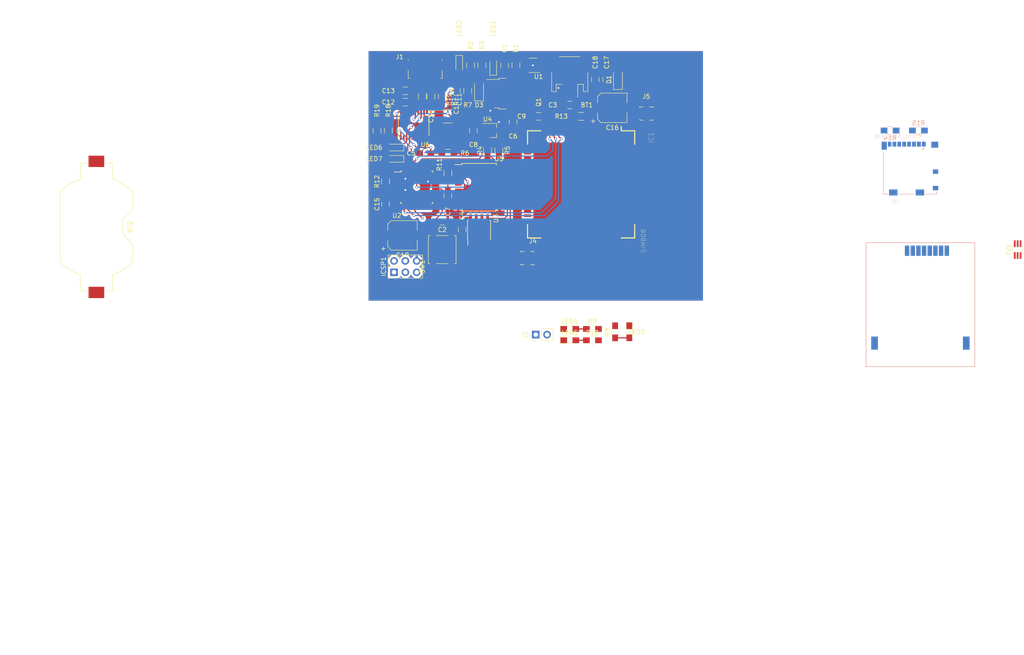
<source format=kicad_pcb>
(kicad_pcb (version 4) (host pcbnew 4.0.6)
  (layers (0 F.Cu signal) (31 B.Cu signal) (34 B.Paste user) (35 F.Paste user) (36 B.SilkS user) (37 F.SilkS user) (38 B.Mask user) (39 F.Mask user) (44 Edge.Cuts user))
  (net 0 "")
  (net 1 +BATT)
  (net 2 GND)
  (net 3 "Net-(BT2-Pad1)")
  (net 4 VBUS)
  (net 5 "Net-(C2-Pad1)")
  (net 6 +3V3)
  (net 7 /ARD_RST)
  (net 8 /DTR)
  (net 9 "Net-(C6-Pad1)")
  (net 10 /RTC_PWR)
  (net 11 "Net-(C9-Pad1)")
  (net 12 "Net-(C11-Pad1)")
  (net 13 "Net-(C12-Pad1)")
  (net 14 "Net-(C13-Pad1)")
  (net 15 +2V8)
  (net 16 /SIM808_P)
  (net 17 "Net-(IC1-Pad9)")
  (net 18 /SIM808_RI)
  (net 19 "Net-(IC1-Pad11)")
  (net 20 "Net-(IC1-Pad12)")
  (net 21 "Net-(IC1-Pad13)")
  (net 22 /ARD_HRX)
  (net 23 /ARD_HTX)
  (net 24 "Net-(IC1-Pad19)")
  (net 25 "Net-(IC1-Pad20)")
  (net 26 "Net-(IC1-Pad21)")
  (net 27 "Net-(IC1-Pad22)")
  (net 28 "Net-(IC1-Pad23)")
  (net 29 "Net-(IC1-Pad24)")
  (net 30 "Net-(IC1-Pad25)")
  (net 31 "Net-(IC1-Pad26)")
  (net 32 "Net-(IC1-Pad27)")
  (net 33 +1V8)
  (net 34 /SIMDATA)
  (net 35 /SIMCLK)
  (net 36 /SIMRST)
  (net 37 "Net-(IC1-Pad33)")
  (net 38 "Net-(IC1-Pad35)")
  (net 39 "Net-(IC1-Pad37)")
  (net 40 "Net-(IC1-Pad38)")
  (net 41 "Net-(IC1-Pad39)")
  (net 42 "Net-(IC1-Pad41)")
  (net 43 "Net-(IC1-Pad42)")
  (net 44 "Net-(IC1-Pad43)")
  (net 45 "Net-(IC1-Pad44)")
  (net 46 "Net-(IC1-Pad45)")
  (net 47 "Net-(IC1-Pad46)")
  (net 48 "Net-(IC1-Pad47)")
  (net 49 "Net-(IC1-Pad48)")
  (net 50 /SIM808_S)
  (net 51 /NETWORK_LED)
  (net 52 "Net-(IC1-Pad53)")
  (net 53 "Net-(IC1-Pad55)")
  (net 54 "Net-(IC1-Pad56)")
  (net 55 "Net-(IC1-Pad57)")
  (net 56 "Net-(IC1-Pad58)")
  (net 57 "Net-(IC1-Pad59)")
  (net 58 "Net-(IC1-Pad60)")
  (net 59 "Net-(IC1-Pad61)")
  (net 60 "Net-(IC1-Pad62)")
  (net 61 "Net-(IC1-Pad63)")
  (net 62 "Net-(IC1-Pad66)")
  (net 63 /ARD_MISO)
  (net 64 /ARD_SCK)
  (net 65 /ARD_MOSI)
  (net 66 "Net-(J1-Pad4)")
  (net 67 "Net-(J2-Pad2)")
  (net 68 "Net-(J3-Pad6)")
  (net 69 "Net-(J6-Pad8)")
  (net 70 /ARD_IO10)
  (net 71 "Net-(J6-Pad1)")
  (net 72 "Net-(R1-Pad1)")
  (net 73 "Net-(R2-Pad2)")
  (net 74 /SDA)
  (net 75 /SCL)
  (net 76 "Net-(R11-Pad1)")
  (net 77 /WAKE_UP)
  (net 78 "Net-(R16-Pad1)")
  (net 79 "Net-(R17-Pad2)")
  (net 80 "Net-(R18-Pad1)")
  (net 81 "Net-(R19-Pad1)")
  (net 82 "Net-(TV1-Pad6)")
  (net 83 "Net-(U2-Pad7)")
  (net 84 "Net-(U2-Pad8)")
  (net 85 "Net-(U2-Pad11)")
  (net 86 "Net-(U2-Pad19)")
  (net 87 "Net-(U2-Pad22)")
  (net 88 "Net-(U2-Pad24)")
  (net 89 "Net-(U2-Pad25)")
  (net 90 "Net-(U2-Pad26)")
  (net 91 /ARD_RX)
  (net 92 /ARD_TX)
  (net 93 "Net-(U3-Pad7)")
  (net 94 "Net-(U5-Pad1)")
  (net 95 "Net-(U5-Pad4)")
  (net 96 "Net-(U6-Pad2)")
  (net 97 +3V3_FDTI)
  (net 98 "Net-(U6-Pad5)")
  (net 99 "Net-(U6-Pad7)")
  (net 100 "Net-(U6-Pad8)")
  (net 101 "Net-(U6-Pad18)")
  (net 102 "Net-(U6-Pad19)")
  (net 103 "Net-(LED1-Pad1)")
  (net 104 "Net-(LED2-Pad2)")
  (net 105 "Net-(LED3-Pad2)")
  (net 106 "Net-(LED4-Pad2)")
  (net 107 "Net-(LED5-Pad2)")
  (net 108 "Net-(LED6-Pad2)")
  (net 109 "Net-(LED7-Pad2)")
  (net 110 "Net-(U2-Pad2)")
  (module Capacitors_SMD:C_0805_HandSoldering (layer F.Cu) (at 133.985 38.1 270)
    (fp_text reference C14 (at 3.81 0 450) (layer F.SilkS))
    (fp_text value 0.1uF hide)
    (pad 1 smd rect (at -1.25 0 270) (size 1.5 1.25) (layers F.Cu F.Paste F.Mask) (net 4 VBUS))
    (pad 2 smd rect (at 1.25 0 270) (size 1.5 1.25) (layers F.Cu F.Paste F.Mask) (net 2 GND))
  )
  (module Resistors_SMD:R_0805_HandSoldering (layer F.Cu) (at 139.7 32.385 90)
    (fp_text reference R3 (at 4.445 0 270) (layer F.SilkS))
    (fp_text value 470R hide)
    (pad 1 smd rect (at -1.35 0 90) (size 1.5 1.3) (layers F.Cu F.Paste F.Mask) (net 103 "Net-(LED1-Pad1)"))
    (pad 2 smd rect (at 1.35 0 90) (size 1.5 1.3) (layers F.Cu F.Paste F.Mask) (net 73 "Net-(R2-Pad2)"))
  )
  (module Capacitors_SMD:C_0805_HandSoldering (layer F.Cu) (at 127 52.07 180)
    (fp_text reference C5 (at 3.175 0 180) (layer F.SilkS))
    (fp_text value 0.1uF hide)
    (pad 1 smd rect (at -1.25 0 180) (size 1.5 1.25) (layers F.Cu F.Paste F.Mask) (net 7 /ARD_RST))
    (pad 2 smd rect (at 1.25 0 180) (size 1.5 1.25) (layers F.Cu F.Paste F.Mask) (net 8 /DTR))
  )
  (module Housings_QFP:TQFP-32_7x7mm_Pitch0.8mm (layer F.Cu) (at 125.095 59.69)
    (fp_text reference U2 (at -4.445 6.35) (layer F.SilkS))
    (fp_text value ATMEGA328P-AU hide)
    (pad 1 smd rect (at -4.25 -2.8) (size 1.6 0.55) (layers F.Cu F.Paste F.Mask) (net 77 /WAKE_UP))
    (pad 2 smd rect (at -4.25 -2) (size 1.6 0.55) (layers F.Cu F.Paste F.Mask) (net 110 "Net-(U2-Pad2)"))
    (pad 3 smd rect (at -4.25 -1.2) (size 1.6 0.55) (layers F.Cu F.Paste F.Mask) (net 2 GND))
    (pad 4 smd rect (at -4.25 -0.4) (size 1.6 0.55) (layers F.Cu F.Paste F.Mask) (net 6 +3V3))
    (pad 5 smd rect (at -4.25 0.4) (size 1.6 0.55) (layers F.Cu F.Paste F.Mask) (net 2 GND))
    (pad 6 smd rect (at -4.25 1.2) (size 1.6 0.55) (layers F.Cu F.Paste F.Mask) (net 6 +3V3))
    (pad 7 smd rect (at -4.25 2) (size 1.6 0.55) (layers F.Cu F.Paste F.Mask) (net 83 "Net-(U2-Pad7)"))
    (pad 8 smd rect (at -4.25 2.8) (size 1.6 0.55) (layers F.Cu F.Paste F.Mask) (net 84 "Net-(U2-Pad8)"))
    (pad 9 smd rect (at -2.8 4.25 90) (size 1.6 0.55) (layers F.Cu F.Paste F.Mask) (net 23 /ARD_HTX))
    (pad 10 smd rect (at -2 4.25 90) (size 1.6 0.55) (layers F.Cu F.Paste F.Mask) (net 22 /ARD_HRX))
    (pad 11 smd rect (at -1.2 4.25 90) (size 1.6 0.55) (layers F.Cu F.Paste F.Mask) (net 85 "Net-(U2-Pad11)"))
    (pad 12 smd rect (at -0.4 4.25 90) (size 1.6 0.55) (layers F.Cu F.Paste F.Mask) (net 50 /SIM808_S))
    (pad 13 smd rect (at 0.4 4.25 90) (size 1.6 0.55) (layers F.Cu F.Paste F.Mask) (net 16 /SIM808_P))
    (pad 14 smd rect (at 1.2 4.25 90) (size 1.6 0.55) (layers F.Cu F.Paste F.Mask) (net 70 /ARD_IO10))
    (pad 15 smd rect (at 2 4.25 90) (size 1.6 0.55) (layers F.Cu F.Paste F.Mask) (net 65 /ARD_MOSI))
    (pad 16 smd rect (at 2.8 4.25 90) (size 1.6 0.55) (layers F.Cu F.Paste F.Mask) (net 63 /ARD_MISO))
    (pad 17 smd rect (at 4.25 2.8) (size 1.6 0.55) (layers F.Cu F.Paste F.Mask) (net 64 /ARD_SCK))
    (pad 18 smd rect (at 4.25 2) (size 1.6 0.55) (layers F.Cu F.Paste F.Mask) (net 6 +3V3))
    (pad 19 smd rect (at 4.25 1.2) (size 1.6 0.55) (layers F.Cu F.Paste F.Mask) (net 86 "Net-(U2-Pad19)"))
    (pad 20 smd rect (at 4.25 0.4) (size 1.6 0.55) (layers F.Cu F.Paste F.Mask) (net 5 "Net-(C2-Pad1)"))
    (pad 21 smd rect (at 4.25 -0.4) (size 1.6 0.55) (layers F.Cu F.Paste F.Mask) (net 2 GND))
    (pad 22 smd rect (at 4.25 -1.2) (size 1.6 0.55) (layers F.Cu F.Paste F.Mask) (net 87 "Net-(U2-Pad22)"))
    (pad 23 smd rect (at 4.25 -2) (size 1.6 0.55) (layers F.Cu F.Paste F.Mask) (net 10 /RTC_PWR))
    (pad 24 smd rect (at 4.25 -2.8) (size 1.6 0.55) (layers F.Cu F.Paste F.Mask) (net 88 "Net-(U2-Pad24)"))
    (pad 25 smd rect (at 2.8 -4.25 90) (size 1.6 0.55) (layers F.Cu F.Paste F.Mask) (net 89 "Net-(U2-Pad25)"))
    (pad 26 smd rect (at 2 -4.25 90) (size 1.6 0.55) (layers F.Cu F.Paste F.Mask) (net 90 "Net-(U2-Pad26)"))
    (pad 27 smd rect (at 1.2 -4.25 90) (size 1.6 0.55) (layers F.Cu F.Paste F.Mask) (net 74 /SDA))
    (pad 28 smd rect (at 0.4 -4.25 90) (size 1.6 0.55) (layers F.Cu F.Paste F.Mask) (net 75 /SCL))
    (pad 29 smd rect (at -0.4 -4.25 90) (size 1.6 0.55) (layers F.Cu F.Paste F.Mask) (net 7 /ARD_RST))
    (pad 30 smd rect (at -1.2 -4.25 90) (size 1.6 0.55) (layers F.Cu F.Paste F.Mask) (net 91 /ARD_RX))
    (pad 31 smd rect (at -2 -4.25 90) (size 1.6 0.55) (layers F.Cu F.Paste F.Mask) (net 92 /ARD_TX))
    (pad 32 smd rect (at -2.8 -4.25 90) (size 1.6 0.55) (layers F.Cu F.Paste F.Mask) (net 18 /SIM808_RI))
  )
  (module Housings_SOIC:SOIC-16W_7.5x10.3mm_Pitch1.27mm (layer F.Cu) (at 139.065 59.69)
    (fp_text reference U5 (at 4.445 -6.35 180) (layer F.SilkS))
    (fp_text value DS3231SN hide)
    (pad 1 smd rect (at -4.65 -4.445) (size 1.5 0.6) (layers F.Cu F.Paste F.Mask) (net 94 "Net-(U5-Pad1)"))
    (pad 2 smd rect (at -4.65 -3.175) (size 1.5 0.6) (layers F.Cu F.Paste F.Mask) (net 76 "Net-(R11-Pad1)"))
    (pad 3 smd rect (at -4.65 -1.905) (size 1.5 0.6) (layers F.Cu F.Paste F.Mask) (net 77 /WAKE_UP))
    (pad 4 smd rect (at -4.65 -0.635) (size 1.5 0.6) (layers F.Cu F.Paste F.Mask) (net 95 "Net-(U5-Pad4)"))
    (pad 5 smd rect (at -4.65 0.635) (size 1.5 0.6) (layers F.Cu F.Paste F.Mask) (net 2 GND))
    (pad 6 smd rect (at -4.65 1.905) (size 1.5 0.6) (layers F.Cu F.Paste F.Mask) (net 2 GND))
    (pad 7 smd rect (at -4.65 3.175) (size 1.5 0.6) (layers F.Cu F.Paste F.Mask) (net 2 GND))
    (pad 8 smd rect (at -4.65 4.445) (size 1.5 0.6) (layers F.Cu F.Paste F.Mask) (net 2 GND))
    (pad 9 smd rect (at 4.65 4.445) (size 1.5 0.6) (layers F.Cu F.Paste F.Mask) (net 2 GND))
    (pad 10 smd rect (at 4.65 3.175) (size 1.5 0.6) (layers F.Cu F.Paste F.Mask) (net 2 GND))
    (pad 11 smd rect (at 4.65 1.905) (size 1.5 0.6) (layers F.Cu F.Paste F.Mask) (net 2 GND))
    (pad 12 smd rect (at 4.65 0.635) (size 1.5 0.6) (layers F.Cu F.Paste F.Mask) (net 2 GND))
    (pad 13 smd rect (at 4.65 -0.635) (size 1.5 0.6) (layers F.Cu F.Paste F.Mask) (net 2 GND))
    (pad 14 smd rect (at 4.65 -1.905) (size 1.5 0.6) (layers F.Cu F.Paste F.Mask) (net 3 "Net-(BT2-Pad1)"))
    (pad 15 smd rect (at 4.65 -3.175) (size 1.5 0.6) (layers F.Cu F.Paste F.Mask) (net 74 /SDA))
    (pad 16 smd rect (at 4.65 -4.445) (size 1.5 0.6) (layers F.Cu F.Paste F.Mask) (net 75 /SCL))
  )
  (module Resistors_SMD:R_0805_HandSoldering (layer F.Cu) (at 126.365 39.37 90)
    (fp_text reference R16 (at -0.635 5.715 270) (layer F.SilkS))
    (fp_text value 27R hide)
    (pad 1 smd rect (at -1.35 0 90) (size 1.5 1.3) (layers F.Cu F.Paste F.Mask) (net 78 "Net-(R16-Pad1)"))
    (pad 2 smd rect (at 1.35 0 90) (size 1.5 1.3) (layers F.Cu F.Paste F.Mask) (net 14 "Net-(C13-Pad1)"))
  )
  (module Connectors_JST:JST_PH_S2B-PH-SM4-TB_02x2.00mm_Angled (layer F.Cu) (at 159.385 34.925 180)
    (fp_text reference BT1 (at -3.81 -6.35 180) (layer F.SilkS))
    (fp_text value "External battery")
    (pad 1 smd rect (at -1 -2.875 180) (size 1 3.5) (layers F.Cu F.Paste F.Mask) (net 1 +BATT))
    (pad 2 smd rect (at 1 -2.875 180) (size 1 3.5) (layers F.Cu F.Paste F.Mask) (net 2 GND))
    (pad "" smd rect (at -3.35 2.875 180) (size 1.5 3.4) (layers F.Cu F.Paste F.Mask))
    (pad "" smd rect (at 3.35 2.875 180) (size 1.5 3.4) (layers F.Cu F.Paste F.Mask))
  )
  (module Battery_Holders:Keystone_1058_1x2032-CoinCell (layer F.Cu) (at 53.34 68.58 90)
    (fp_text reference BT2 (at 0 7.62 90) (layer F.SilkS))
    (fp_text value "Backup battery")
    (pad 1 smd rect (at -14.68 0 90) (size 2.54 3.51) (layers F.Cu F.Paste F.Mask) (net 3 "Net-(BT2-Pad1)"))
    (pad 2 smd rect (at 14.68 0 90) (size 2.54 3.51) (layers F.Cu F.Paste F.Mask) (net 2 GND))
  )
  (module Capacitors_SMD:C_0805_HandSoldering (layer F.Cu) (at 144.78 32.385 90)
    (fp_text reference C1 (at 3.81 0 90) (layer F.SilkS))
    (fp_text value 4.7uF hide)
    (pad 1 smd rect (at -1.25 0 90) (size 1.5 1.25) (layers F.Cu F.Paste F.Mask) (net 2 GND))
    (pad 2 smd rect (at 1.25 0 90) (size 1.5 1.25) (layers F.Cu F.Paste F.Mask) (net 4 VBUS))
  )
  (module Capacitors_SMD:C_0805_HandSoldering (layer F.Cu) (at 130.81 67.31)
    (fp_text reference C2 (at 0 1.905) (layer F.SilkS))
    (fp_text value 0.1uF hide)
    (pad 1 smd rect (at -1.25 0) (size 1.5 1.25) (layers F.Cu F.Paste F.Mask) (net 5 "Net-(C2-Pad1)"))
    (pad 2 smd rect (at 1.25 0) (size 1.5 1.25) (layers F.Cu F.Paste F.Mask) (net 2 GND))
  )
  (module Capacitors_SMD:C_0805_HandSoldering (layer F.Cu) (at 159.385 41.275 180)
    (fp_text reference C3 (at 3.81 0 180) (layer F.SilkS))
    (fp_text value 4.7uF hide)
    (pad 1 smd rect (at -1.25 0 180) (size 1.5 1.25) (layers F.Cu F.Paste F.Mask) (net 1 +BATT))
    (pad 2 smd rect (at 1.25 0 180) (size 1.5 1.25) (layers F.Cu F.Paste F.Mask) (net 2 GND))
  )
  (module Capacitors_SMD:C_0805_HandSoldering (layer F.Cu) (at 135.255 69.215 270)
    (fp_text reference C4 (at -3.175 0 270) (layer F.SilkS))
    (fp_text value 0.1uF hide)
    (pad 1 smd rect (at -1.25 0 270) (size 1.5 1.25) (layers F.Cu F.Paste F.Mask) (net 6 +3V3))
    (pad 2 smd rect (at 1.25 0 270) (size 1.5 1.25) (layers F.Cu F.Paste F.Mask) (net 2 GND))
  )
  (module Capacitors_SMD:C_0805_HandSoldering (layer F.Cu) (at 146.685 45.085 90)
    (fp_text reference C6 (at -3.175 0 180) (layer F.SilkS))
    (fp_text value 1uF hide)
    (pad 1 smd rect (at -1.25 0 90) (size 1.5 1.25) (layers F.Cu F.Paste F.Mask) (net 9 "Net-(C6-Pad1)"))
    (pad 2 smd rect (at 1.25 0 90) (size 1.5 1.25) (layers F.Cu F.Paste F.Mask) (net 2 GND))
  )
  (module Capacitors_SMD:C_0805_HandSoldering (layer F.Cu) (at 132.08 61.595 270)
    (fp_text reference C7 (at 3.556 0 270) (layer F.SilkS))
    (fp_text value 0.1uF hide)
    (pad 1 smd rect (at -1.25 0 270) (size 1.5 1.25) (layers F.Cu F.Paste F.Mask) (net 10 /RTC_PWR))
    (pad 2 smd rect (at 1.25 0 270) (size 1.5 1.25) (layers F.Cu F.Paste F.Mask) (net 2 GND))
  )
  (module Capacitors_SMD:C_0805_HandSoldering (layer F.Cu) (at 137.795 46.99 90)
    (fp_text reference C8 (at -3.175 0 180) (layer F.SilkS))
    (fp_text value 1uF hide)
    (pad 1 smd rect (at -1.25 0 90) (size 1.5 1.25) (layers F.Cu F.Paste F.Mask) (net 6 +3V3))
    (pad 2 smd rect (at 1.25 0 90) (size 1.5 1.25) (layers F.Cu F.Paste F.Mask) (net 2 GND))
  )
  (module Capacitors_SMD:C_0805_HandSoldering (layer F.Cu) (at 152.4 43.815 180)
    (fp_text reference C9 (at 3.81 0 180) (layer F.SilkS))
    (fp_text value 10uF hide)
    (pad 1 smd rect (at -1.25 0 180) (size 1.5 1.25) (layers F.Cu F.Paste F.Mask) (net 11 "Net-(C9-Pad1)"))
    (pad 2 smd rect (at 1.25 0 180) (size 1.5 1.25) (layers F.Cu F.Paste F.Mask) (net 2 GND))
  )
  (module Capacitors_SMD:C_1210_HandSoldering (layer F.Cu) (at 132.08 43.815 180)
    (fp_text reference C10 (at 3.81 0 450) (layer F.SilkS))
    (fp_text value 4.7uF hide)
    (pad 1 smd rect (at -2 0 180) (size 2 2.5) (layers F.Cu F.Paste F.Mask) (net 4 VBUS))
    (pad 2 smd rect (at 2 0 180) (size 2 2.5) (layers F.Cu F.Paste F.Mask) (net 2 GND))
  )
  (module Capacitors_SMD:C_0805_HandSoldering (layer F.Cu) (at 130.81 39.37 270)
    (fp_text reference C11 (at 0.635 -3.81 270) (layer F.SilkS))
    (fp_text value 47pF hide)
    (pad 1 smd rect (at -1.25 0 270) (size 1.5 1.25) (layers F.Cu F.Paste F.Mask) (net 12 "Net-(C11-Pad1)"))
    (pad 2 smd rect (at 1.25 0 270) (size 1.5 1.25) (layers F.Cu F.Paste F.Mask) (net 2 GND))
  )
  (module Capacitors_SMD:C_0805_HandSoldering (layer F.Cu) (at 122.555 40.64 180)
    (fp_text reference C12 (at 3.81 0 180) (layer F.SilkS))
    (fp_text value 0.1uF hide)
    (pad 1 smd rect (at -1.25 0 180) (size 1.5 1.25) (layers F.Cu F.Paste F.Mask) (net 13 "Net-(C12-Pad1)"))
    (pad 2 smd rect (at 1.25 0 180) (size 1.5 1.25) (layers F.Cu F.Paste F.Mask) (net 2 GND))
  )
  (module Capacitors_SMD:C_0805_HandSoldering (layer F.Cu) (at 122.555 38.1 180)
    (fp_text reference C13 (at 3.81 0 180) (layer F.SilkS))
    (fp_text value 47pF hide)
    (pad 1 smd rect (at -1.25 0 180) (size 1.5 1.25) (layers F.Cu F.Paste F.Mask) (net 14 "Net-(C13-Pad1)"))
    (pad 2 smd rect (at 1.25 0 180) (size 1.5 1.25) (layers F.Cu F.Paste F.Mask) (net 2 GND))
  )
  (module Diodes_SMD:D_SOD-123 (layer F.Cu) (at 139.065 38.1 90)
    (fp_text reference D3 (at -3.175 0 180) (layer F.SilkS))
    (fp_text value B130LAW hide)
    (pad 1 smd rect (at -1.65 0 90) (size 0.9 1.2) (layers F.Cu F.Paste F.Mask) (net 9 "Net-(C6-Pad1)"))
    (pad 2 smd rect (at 1.65 0 90) (size 0.9 1.2) (layers F.Cu F.Paste F.Mask) (net 4 VBUS))
  )
  (module SIM808:QFN100P2400X2400X260-68N (layer F.Cu) (at 161.925 59.055 270)
    (fp_text reference IC1 (at -10.4784 -15.6625 270) (layer F.SilkS) (effects (font (size 1.00176 1.00176) (thickness 0.05))))
    (fp_text value SIM808 (at 12.7 -13.97 270) (layer F.SilkS) (effects (font (size 1.00291 1.00291) (thickness 0.05))))
    (pad 1 smd rect (at -12 -8 270) (size 1.6 0.6) (layers F.Cu F.Paste F.Mask) (net 2 GND))
    (pad 2 smd rect (at -12 -7 270) (size 1.6 0.6) (layers F.Cu F.Paste F.Mask) (net 2 GND))
    (pad 3 smd rect (at -12 -6 270) (size 1.6 0.6) (layers F.Cu F.Paste F.Mask) (net 2 GND))
    (pad 4 smd rect (at -12 -5 270) (size 1.6 0.6) (layers F.Cu F.Paste F.Mask) (net 1 +BATT))
    (pad 5 smd rect (at -12 -4 270) (size 1.6 0.6) (layers F.Cu F.Paste F.Mask) (net 1 +BATT))
    (pad 6 smd rect (at -12 -3 270) (size 1.6 0.6) (layers F.Cu F.Paste F.Mask) (net 1 +BATT))
    (pad 7 smd rect (at -12 -2 270) (size 1.6 0.6) (layers F.Cu F.Paste F.Mask) (net 15 +2V8))
    (pad 8 smd rect (at -12 -1 270) (size 1.6 0.6) (layers F.Cu F.Paste F.Mask) (net 16 /SIM808_P))
    (pad 9 smd rect (at -12 0 270) (size 1.6 0.6) (layers F.Cu F.Paste F.Mask) (net 17 "Net-(IC1-Pad9)"))
    (pad 10 smd rect (at -12 1 270) (size 1.6 0.6) (layers F.Cu F.Paste F.Mask) (net 18 /SIM808_RI))
    (pad 11 smd rect (at -12 2 270) (size 1.6 0.6) (layers F.Cu F.Paste F.Mask) (net 19 "Net-(IC1-Pad11)"))
    (pad 12 smd rect (at -12 3 270) (size 1.6 0.6) (layers F.Cu F.Paste F.Mask) (net 20 "Net-(IC1-Pad12)"))
    (pad 13 smd rect (at -12 4 270) (size 1.6 0.6) (layers F.Cu F.Paste F.Mask) (net 21 "Net-(IC1-Pad13)"))
    (pad 14 smd rect (at -12 5 270) (size 1.6 0.6) (layers F.Cu F.Paste F.Mask) (net 22 /ARD_HRX))
    (pad 15 smd rect (at -12 6 270) (size 1.6 0.6) (layers F.Cu F.Paste F.Mask) (net 23 /ARD_HTX))
    (pad 16 smd rect (at -12 7 270) (size 1.6 0.6) (layers F.Cu F.Paste F.Mask) (net 7 /ARD_RST))
    (pad 17 smd rect (at -12 8 270) (size 1.6 0.6) (layers F.Cu F.Paste F.Mask) (net 11 "Net-(C9-Pad1)"))
    (pad 18 smd rect (at -8 12) (size 1.6 0.6) (layers F.Cu F.Paste F.Mask) (net 2 GND))
    (pad 19 smd rect (at -7 12) (size 1.6 0.6) (layers F.Cu F.Paste F.Mask) (net 24 "Net-(IC1-Pad19)"))
    (pad 20 smd rect (at -6 12) (size 1.6 0.6) (layers F.Cu F.Paste F.Mask) (net 25 "Net-(IC1-Pad20)"))
    (pad 21 smd rect (at -5 12) (size 1.6 0.6) (layers F.Cu F.Paste F.Mask) (net 26 "Net-(IC1-Pad21)"))
    (pad 22 smd rect (at -4 12) (size 1.6 0.6) (layers F.Cu F.Paste F.Mask) (net 27 "Net-(IC1-Pad22)"))
    (pad 23 smd rect (at -3 12) (size 1.6 0.6) (layers F.Cu F.Paste F.Mask) (net 28 "Net-(IC1-Pad23)"))
    (pad 24 smd rect (at -2 12) (size 1.6 0.6) (layers F.Cu F.Paste F.Mask) (net 29 "Net-(IC1-Pad24)"))
    (pad 25 smd rect (at -1 12) (size 1.6 0.6) (layers F.Cu F.Paste F.Mask) (net 30 "Net-(IC1-Pad25)"))
    (pad 26 smd rect (at 0 12) (size 1.6 0.6) (layers F.Cu F.Paste F.Mask) (net 31 "Net-(IC1-Pad26)"))
    (pad 27 smd rect (at 1 12) (size 1.6 0.6) (layers F.Cu F.Paste F.Mask) (net 32 "Net-(IC1-Pad27)"))
    (pad 28 smd rect (at 2 12) (size 1.6 0.6) (layers F.Cu F.Paste F.Mask) (net 2 GND))
    (pad 29 smd rect (at 3 12) (size 1.6 0.6) (layers F.Cu F.Paste F.Mask) (net 33 +1V8))
    (pad 30 smd rect (at 4 12) (size 1.6 0.6) (layers F.Cu F.Paste F.Mask) (net 34 /SIMDATA))
    (pad 31 smd rect (at 5 12) (size 1.6 0.6) (layers F.Cu F.Paste F.Mask) (net 35 /SIMCLK))
    (pad 32 smd rect (at 6 12) (size 1.6 0.6) (layers F.Cu F.Paste F.Mask) (net 36 /SIMRST))
    (pad 33 smd rect (at 7 12) (size 1.6 0.6) (layers F.Cu F.Paste F.Mask) (net 37 "Net-(IC1-Pad33)"))
    (pad 34 smd rect (at 8 12) (size 1.6 0.6) (layers F.Cu F.Paste F.Mask) (net 2 GND))
    (pad 35 smd rect (at 12 8 90) (size 1.6 0.6) (layers F.Cu F.Paste F.Mask) (net 38 "Net-(IC1-Pad35)"))
    (pad 36 smd rect (at 12 7 90) (size 1.6 0.6) (layers F.Cu F.Paste F.Mask) (net 2 GND))
    (pad 37 smd rect (at 12 6 90) (size 1.6 0.6) (layers F.Cu F.Paste F.Mask) (net 39 "Net-(IC1-Pad37)"))
    (pad 38 smd rect (at 12 5 90) (size 1.6 0.6) (layers F.Cu F.Paste F.Mask) (net 40 "Net-(IC1-Pad38)"))
    (pad 39 smd rect (at 12 4 90) (size 1.6 0.6) (layers F.Cu F.Paste F.Mask) (net 41 "Net-(IC1-Pad39)"))
    (pad 40 smd rect (at 12 3 90) (size 1.6 0.6) (layers F.Cu F.Paste F.Mask) (net 2 GND))
    (pad 41 smd rect (at 12 2 90) (size 1.6 0.6) (layers F.Cu F.Paste F.Mask) (net 42 "Net-(IC1-Pad41)"))
    (pad 42 smd rect (at 12 1 90) (size 1.6 0.6) (layers F.Cu F.Paste F.Mask) (net 43 "Net-(IC1-Pad42)"))
    (pad 43 smd rect (at 12 0 90) (size 1.6 0.6) (layers F.Cu F.Paste F.Mask) (net 44 "Net-(IC1-Pad43)"))
    (pad 44 smd rect (at 12 -1 90) (size 1.6 0.6) (layers F.Cu F.Paste F.Mask) (net 45 "Net-(IC1-Pad44)"))
    (pad 45 smd rect (at 12 -2 90) (size 1.6 0.6) (layers F.Cu F.Paste F.Mask) (net 46 "Net-(IC1-Pad45)"))
    (pad 46 smd rect (at 12 -3 90) (size 1.6 0.6) (layers F.Cu F.Paste F.Mask) (net 47 "Net-(IC1-Pad46)"))
    (pad 47 smd rect (at 12 -4 90) (size 1.6 0.6) (layers F.Cu F.Paste F.Mask) (net 48 "Net-(IC1-Pad47)"))
    (pad 48 smd rect (at 12 -5 90) (size 1.6 0.6) (layers F.Cu F.Paste F.Mask) (net 49 "Net-(IC1-Pad48)"))
    (pad 49 smd rect (at 12 -6 90) (size 1.6 0.6) (layers F.Cu F.Paste F.Mask) (net 50 /SIM808_S))
    (pad 50 smd rect (at 12 -7 90) (size 1.6 0.6) (layers F.Cu F.Paste F.Mask) (net 51 /NETWORK_LED))
    (pad 51 smd rect (at 12 -8 90) (size 1.6 0.6) (layers F.Cu F.Paste F.Mask) (net 2 GND))
    (pad 52 smd rect (at 8 -12 180) (size 1.6 0.6) (layers F.Cu F.Paste F.Mask) (net 2 GND))
    (pad 53 smd rect (at 7 -12 180) (size 1.6 0.6) (layers F.Cu F.Paste F.Mask) (net 52 "Net-(IC1-Pad53)"))
    (pad 54 smd rect (at 6 -12 180) (size 1.6 0.6) (layers F.Cu F.Paste F.Mask) (net 2 GND))
    (pad 55 smd rect (at 5 -12 180) (size 1.6 0.6) (layers F.Cu F.Paste F.Mask) (net 53 "Net-(IC1-Pad55)"))
    (pad 56 smd rect (at 4 -12 180) (size 1.6 0.6) (layers F.Cu F.Paste F.Mask) (net 54 "Net-(IC1-Pad56)"))
    (pad 57 smd rect (at 3 -12 180) (size 1.6 0.6) (layers F.Cu F.Paste F.Mask) (net 55 "Net-(IC1-Pad57)"))
    (pad 58 smd rect (at 2 -12 180) (size 1.6 0.6) (layers F.Cu F.Paste F.Mask) (net 56 "Net-(IC1-Pad58)"))
    (pad 59 smd rect (at 1 -12 180) (size 1.6 0.6) (layers F.Cu F.Paste F.Mask) (net 57 "Net-(IC1-Pad59)"))
    (pad 60 smd rect (at 0 -12 180) (size 1.6 0.6) (layers F.Cu F.Paste F.Mask) (net 58 "Net-(IC1-Pad60)"))
    (pad 61 smd rect (at -1 -12 180) (size 1.6 0.6) (layers F.Cu F.Paste F.Mask) (net 59 "Net-(IC1-Pad61)"))
    (pad 62 smd rect (at -2 -12 180) (size 1.6 0.6) (layers F.Cu F.Paste F.Mask) (net 60 "Net-(IC1-Pad62)"))
    (pad 63 smd rect (at -3 -12 180) (size 1.6 0.6) (layers F.Cu F.Paste F.Mask) (net 61 "Net-(IC1-Pad63)"))
    (pad 64 smd rect (at -4 -12 180) (size 1.6 0.6) (layers F.Cu F.Paste F.Mask) (net 2 GND))
    (pad 65 smd rect (at -5 -12 180) (size 1.6 0.6) (layers F.Cu F.Paste F.Mask) (net 2 GND))
    (pad 66 smd rect (at -6 -12 180) (size 1.6 0.6) (layers F.Cu F.Paste F.Mask) (net 62 "Net-(IC1-Pad66)"))
    (pad 67 smd rect (at -7 -12 180) (size 1.6 0.6) (layers F.Cu F.Paste F.Mask) (net 2 GND))
    (pad 68 smd rect (at -8 -12 180) (size 1.6 0.6) (layers F.Cu F.Paste F.Mask) (net 2 GND))
  )
  (module Pin_Headers:Pin_Header_Straight_2x03_Pitch2.54mm (layer F.Cu) (at 120.015 78.74 90)
    (fp_text reference ICSP1 (at 1.27 -2.33 90) (layer F.SilkS))
    (fp_text value CONN_02X03 hide)
    (pad 1 thru_hole rect (at 0 0 90) (size 1.7 1.7) (drill 1) (layers *.Cu *.Mask) (net 63 /ARD_MISO))
    (pad 2 thru_hole oval (at 2.54 0 90) (size 1.7 1.7) (drill 1) (layers *.Cu *.Mask) (net 6 +3V3))
    (pad 3 thru_hole oval (at 0 2.54 90) (size 1.7 1.7) (drill 1) (layers *.Cu *.Mask) (net 64 /ARD_SCK))
    (pad 4 thru_hole oval (at 2.54 2.54 90) (size 1.7 1.7) (drill 1) (layers *.Cu *.Mask) (net 65 /ARD_MOSI))
    (pad 5 thru_hole oval (at 0 5.08 90) (size 1.7 1.7) (drill 1) (layers *.Cu *.Mask) (net 7 /ARD_RST))
    (pad 6 thru_hole oval (at 2.54 5.08 90) (size 1.7 1.7) (drill 1) (layers *.Cu *.Mask) (net 2 GND))
  )
  (module Connectors_USB:USB_Micro-B_Molex_47346-0001 (layer F.Cu) (at 127 32.385 180)
    (fp_text reference J1 (at 5.715 1.905 360) (layer F.SilkS))
    (fp_text value "Molex 47346-0001" hide)
    (pad 1 smd rect (at -1.3 -2.66 180) (size 0.45 1.38) (layers F.Cu F.Paste F.Mask) (net 4 VBUS))
    (pad 2 smd rect (at -0.65 -2.66 180) (size 0.45 1.38) (layers F.Cu F.Paste F.Mask) (net 12 "Net-(C11-Pad1)"))
    (pad 3 smd rect (at 0 -2.66 180) (size 0.45 1.38) (layers F.Cu F.Paste F.Mask) (net 14 "Net-(C13-Pad1)"))
    (pad 4 smd rect (at 0.65 -2.66 180) (size 0.45 1.38) (layers F.Cu F.Paste F.Mask) (net 66 "Net-(J1-Pad4)"))
    (pad 5 smd rect (at 1.3 -2.66 180) (size 0.45 1.38) (layers F.Cu F.Paste F.Mask) (net 2 GND))
    (pad 6 smd rect (at -2.4625 -2.3 180) (size 1.475 2.1) (layers F.Cu F.Paste F.Mask) (net 2 GND))
    (pad 6 smd rect (at 2.4625 -2.3 180) (size 1.475 2.1) (layers F.Cu F.Paste F.Mask) (net 2 GND))
    (pad 6 smd rect (at -2.91 0 180) (size 2.375 1.9) (layers F.Cu F.Paste F.Mask) (net 2 GND))
    (pad 6 smd rect (at 2.91 0 180) (size 2.375 1.9) (layers F.Cu F.Paste F.Mask) (net 2 GND))
    (pad 6 smd rect (at -0.84 0 180) (size 1.175 1.9) (layers F.Cu F.Paste F.Mask) (net 2 GND))
    (pad 6 smd rect (at 0.84 0 180) (size 1.175 1.9) (layers F.Cu F.Paste F.Mask) (net 2 GND))
  )
  (module acronet:47553-0001 (layer B.Cu) (at 243.84 94.615 270)
    (fp_text reference J3 hide)
    (fp_text value 47553-0001 hide)
    (pad 3 smd rect (at -20.7 3.81 270) (size 2.3 1) (layers B.Cu B.Paste B.Mask) (net 35 /SIMCLK))
    (pad CD1 smd rect (at -20.7 1.27 270) (size 2.3 1) (layers B.Cu B.Paste B.Mask))
    (pad CD2 smd rect (at -20.7 0 270) (size 2.3 1) (layers B.Cu B.Paste B.Mask))
    (pad 2 smd rect (at -20.7 6.35 270) (size 2.3 1) (layers B.Cu B.Paste B.Mask) (net 36 /SIMRST))
    (pad 1 smd rect (at -20.7 8.89 270) (size 2.3 1) (layers B.Cu B.Paste B.Mask) (net 33 +1V8))
    (pad 7 smd rect (at -20.7 2.54 270) (size 2.3 1) (layers B.Cu B.Paste B.Mask) (net 34 /SIMDATA))
    (pad 5 smd rect (at -20.7 7.62 270) (size 2.3 1) (layers B.Cu B.Paste B.Mask) (net 2 GND))
    (pad 6 smd rect (at -20.7 5.08 270) (size 2.3 1) (layers B.Cu B.Paste B.Mask) (net 68 "Net-(J3-Pad6)"))
    (pad GND1 smd rect (at 0 16.18 270) (size 2.95 1.5) (layers B.Cu B.Paste B.Mask))
    (pad GND2 smd rect (at 0 -4.37 270) (size 2.95 1.5) (layers B.Cu B.Paste B.Mask))
  )
  (module Connectors_Molex:Molex_Microcoaxial_RF (layer F.Cu) (at 149.86 75.565 180)
    (fp_text reference J4 (at -1.27 3.81 180) (layer F.SilkS))
    (fp_text value CONN_COAXIAL hide)
    (pad 2 smd rect (at -1.475 0 180) (size 1.05 2.2) (layers F.Cu F.Paste F.Mask) (net 2 GND))
    (pad 2 smd rect (at 1.475 0 180) (size 1.05 2.2) (layers F.Cu F.Paste F.Mask) (net 2 GND))
    (pad 2 smd rect (at 0 -1.5 180) (size 1 1) (layers F.Cu F.Paste F.Mask) (net 2 GND))
    (pad 1 smd rect (at 0 1.5 180) (size 1 1) (layers F.Cu F.Paste F.Mask) (net 38 "Net-(IC1-Pad35)"))
  )
  (module Connectors_Molex:Molex_Microcoaxial_RF (layer F.Cu) (at 176.53 43.18)
    (fp_text reference J5 (at 0 -3.81) (layer F.SilkS))
    (fp_text value CONN_COAXIAL hide)
    (pad 2 smd rect (at -1.475 0) (size 1.05 2.2) (layers F.Cu F.Paste F.Mask) (net 2 GND))
    (pad 2 smd rect (at 1.475 0) (size 1.05 2.2) (layers F.Cu F.Paste F.Mask) (net 2 GND))
    (pad 2 smd rect (at 0 -1.5) (size 1 1) (layers F.Cu F.Paste F.Mask) (net 2 GND))
    (pad 1 smd rect (at 0 1.5) (size 1 1) (layers F.Cu F.Paste F.Mask) (net 62 "Net-(IC1-Pad66)"))
  )
  (module 104031-0811:MOLEX_104031-0811 (layer B.Cu) (at 235.585 55.245)
    (fp_text reference J6 (at -3.18735 7.64968) (layer B.SilkS) (effects (font (size 1.0039 1.0039) (thickness 0.05)) (justify mirror)))
    (fp_text value Micro_SD_Card (at -2.54813 -7.00732) (layer B.SilkS) (effects (font (size 1.00319 1.00319) (thickness 0.05)) (justify mirror)))
    (pad 8 smd rect (at -4.545 -5.2) (size 0.75 1.1) (layers B.Cu B.Paste B.Mask) (net 69 "Net-(J6-Pad8)"))
    (pad 7 smd rect (at -3.495 -5.2) (size 0.85 1.1) (layers B.Cu B.Paste B.Mask) (net 63 /ARD_MISO))
    (pad 6 smd rect (at -2.395 -5.2) (size 0.85 1.1) (layers B.Cu B.Paste B.Mask) (net 2 GND))
    (pad 5 smd rect (at -1.295 -5.2) (size 0.85 1.1) (layers B.Cu B.Paste B.Mask) (net 64 /ARD_SCK))
    (pad 4 smd rect (at -0.195 -5.2) (size 0.85 1.1) (layers B.Cu B.Paste B.Mask) (net 6 +3V3))
    (pad 3 smd rect (at 0.905 -5.2) (size 0.85 1.1) (layers B.Cu B.Paste B.Mask) (net 65 /ARD_MOSI))
    (pad 2 smd rect (at 2.005 -5.2) (size 0.875 1.1) (layers B.Cu B.Paste B.Mask) (net 70 /ARD_IO10))
    (pad 1 smd rect (at 3.105 -5.2) (size 0.85 1.1) (layers B.Cu B.Paste B.Mask) (net 71 "Net-(J6-Pad1)"))
    (pad 9 smd rect (at 5.74 0.95) (size 1.2 1) (layers B.Cu B.Paste B.Mask) (net 2 GND))
    (pad 10 smd rect (at 5.74 4.65) (size 1.2 1) (layers B.Cu B.Paste B.Mask))
    (pad G3 smd rect (at -3.73 5.625) (size 1.9 1.35) (layers B.Cu B.Paste B.Mask))
    (pad G4 smd rect (at 2.24 5.625) (size 1.9 1.35) (layers B.Cu B.Paste B.Mask))
    (pad G2 smd rect (at -5.755 -4.85) (size 1.17 1.8) (layers B.Cu B.Paste B.Mask))
    (pad G1 smd rect (at 5.565 -5.075) (size 1.55 1.35) (layers B.Cu B.Paste B.Mask))
  )
  (module LEDs:LED_0805_HandSoldering (layer F.Cu) (at 142.24 32.385 90)
    (fp_text reference LED1 (at 8.255 0 90) (layer F.SilkS))
    (fp_text value Chg)
    (pad 1 smd rect (at -1.35 0 90) (size 1.5 1.3) (layers F.Cu F.Paste F.Mask) (net 103 "Net-(LED1-Pad1)"))
    (pad 2 smd rect (at 1.35 0 90) (size 1.5 1.3) (layers F.Cu F.Paste F.Mask) (net 4 VBUS))
  )
  (module LEDs:LED_0805_HandSoldering (layer F.Cu) (at 134.62 32.385 270)
    (fp_text reference LED2 (at -8.255 0 270) (layer F.SilkS))
    (fp_text value Done)
    (pad 1 smd rect (at -1.35 0 270) (size 1.5 1.3) (layers F.Cu F.Paste F.Mask) (net 2 GND))
    (pad 2 smd rect (at 1.35 0 270) (size 1.5 1.3) (layers F.Cu F.Paste F.Mask) (net 104 "Net-(LED2-Pad2)"))
  )
  (module LEDs:LED_0805_HandSoldering (layer F.Cu) (at 172.72 92.075 270)
    (fp_text reference LED3 (at 0 -1.7 360) (layer F.SilkS))
    (fp_text value Power)
    (pad 1 smd rect (at -1.35 0 270) (size 1.5 1.3) (layers F.Cu F.Paste F.Mask) (net 67 "Net-(J2-Pad2)"))
    (pad 2 smd rect (at 1.35 0 270) (size 1.5 1.3) (layers F.Cu F.Paste F.Mask) (net 105 "Net-(LED3-Pad2)"))
  )
  (module LEDs:LED_0805_HandSoldering (layer F.Cu) (at 159.385 91.44)
    (fp_text reference LED4 (at 0 -1.7) (layer F.SilkS))
    (fp_text value SIM_Power)
    (pad 1 smd rect (at -1.35 0) (size 1.5 1.3) (layers F.Cu F.Paste F.Mask) (net 67 "Net-(J2-Pad2)"))
    (pad 2 smd rect (at 1.35 0) (size 1.5 1.3) (layers F.Cu F.Paste F.Mask) (net 106 "Net-(LED4-Pad2)"))
  )
  (module LEDs:LED_0805_HandSoldering (layer F.Cu) (at 159.385 93.98)
    (fp_text reference LED5 (at 0 -1.7) (layer F.SilkS))
    (fp_text value Network)
    (pad 1 smd rect (at -1.35 0) (size 1.5 1.3) (layers F.Cu F.Paste F.Mask) (net 67 "Net-(J2-Pad2)"))
    (pad 2 smd rect (at 1.35 0) (size 1.5 1.3) (layers F.Cu F.Paste F.Mask) (net 107 "Net-(LED5-Pad2)"))
  )
  (module LEDs:LED_0805_HandSoldering (layer F.Cu) (at 120.015 50.8 180)
    (fp_text reference LED6 (at 4.445 0 180) (layer F.SilkS))
    (fp_text value Rx)
    (pad 1 smd rect (at -1.35 0 180) (size 1.5 1.3) (layers F.Cu F.Paste F.Mask) (net 97 +3V3_FDTI))
    (pad 2 smd rect (at 1.35 0 180) (size 1.5 1.3) (layers F.Cu F.Paste F.Mask) (net 108 "Net-(LED6-Pad2)"))
  )
  (module LEDs:LED_0805_HandSoldering (layer F.Cu) (at 120.015 53.34 180)
    (fp_text reference LED7 (at 4.445 0 180) (layer F.SilkS))
    (fp_text value Tx)
    (pad 1 smd rect (at -1.35 0 180) (size 1.5 1.3) (layers F.Cu F.Paste F.Mask) (net 97 +3V3_FDTI))
    (pad 2 smd rect (at 1.35 0 180) (size 1.5 1.3) (layers F.Cu F.Paste F.Mask) (net 109 "Net-(LED7-Pad2)"))
  )
  (module TO_SOT_Packages_SMD:TO-252-2 (layer F.Cu) (at 146.05 38.735)
    (fp_text reference Q1 (at 6.35 1.905 270) (layer F.SilkS))
    (fp_text value DMP1045U hide)
    (pad 1 smd rect (at -4.2 -2.28) (size 2.2 1.2) (layers F.Cu F.Paste F.Mask) (net 4 VBUS))
    (pad 3 smd rect (at -4.2 2.28) (size 2.2 1.2) (layers F.Cu F.Paste F.Mask) (net 9 "Net-(C6-Pad1)"))
    (pad 2 smd rect (at 2.1 0) (size 6.4 5.8) (layers F.Cu F.Mask) (net 1 +BATT))
    (pad 2 smd rect (at 3.775 1.525) (size 3.05 2.75) (layers F.Cu F.Paste) (net 1 +BATT))
    (pad 2 smd rect (at 0.425 -1.525) (size 3.05 2.75) (layers F.Cu F.Paste) (net 1 +BATT))
    (pad 2 smd rect (at 3.775 -1.525) (size 3.05 2.75) (layers F.Cu F.Paste) (net 1 +BATT))
    (pad 2 smd rect (at 0.425 1.525) (size 3.05 2.75) (layers F.Cu F.Paste) (net 1 +BATT))
  )
  (module Resistors_SMD:R_0805_HandSoldering (layer F.Cu) (at 147.32 32.385 90)
    (fp_text reference R1 (at 3.81 0 90) (layer F.SilkS))
    (fp_text value 2k hide)
    (pad 1 smd rect (at -1.35 0 90) (size 1.5 1.3) (layers F.Cu F.Paste F.Mask) (net 72 "Net-(R1-Pad1)"))
    (pad 2 smd rect (at 1.35 0 90) (size 1.5 1.3) (layers F.Cu F.Paste F.Mask) (net 2 GND))
  )
  (module Resistors_SMD:R_0805_HandSoldering (layer F.Cu) (at 137.16 32.385 90)
    (fp_text reference R2 (at 4.445 0 90) (layer F.SilkS))
    (fp_text value 1k hide)
    (pad 1 smd rect (at -1.35 0 90) (size 1.5 1.3) (layers F.Cu F.Paste F.Mask) (net 104 "Net-(LED2-Pad2)"))
    (pad 2 smd rect (at 1.35 0 90) (size 1.5 1.3) (layers F.Cu F.Paste F.Mask) (net 73 "Net-(R2-Pad2)"))
  )
  (module Resistors_SMD:R_0805_HandSoldering (layer F.Cu) (at 140.97 51.435 90)
    (fp_text reference R4 (at 0 -1.7 90) (layer F.SilkS))
    (fp_text value 1k hide)
    (pad 1 smd rect (at -1.35 0 90) (size 1.5 1.3) (layers F.Cu F.Paste F.Mask) (net 74 /SDA))
    (pad 2 smd rect (at 1.35 0 90) (size 1.5 1.3) (layers F.Cu F.Paste F.Mask) (net 6 +3V3))
  )
  (module Resistors_SMD:R_0805_HandSoldering (layer F.Cu) (at 143.51 51.435 90)
    (fp_text reference R5 (at 0 1.905 90) (layer F.SilkS))
    (fp_text value 1k hide)
    (pad 1 smd rect (at -1.35 0 90) (size 1.5 1.3) (layers F.Cu F.Paste F.Mask) (net 75 /SCL))
    (pad 2 smd rect (at 1.35 0 90) (size 1.5 1.3) (layers F.Cu F.Paste F.Mask) (net 6 +3V3))
  )
  (module Resistors_SMD:R_0805_HandSoldering (layer F.Cu) (at 132.08 52.07)
    (fp_text reference R6 (at 3.81 0 180) (layer F.SilkS))
    (fp_text value 10k hide)
    (pad 1 smd rect (at -1.35 0) (size 1.5 1.3) (layers F.Cu F.Paste F.Mask) (net 7 /ARD_RST))
    (pad 2 smd rect (at 1.35 0) (size 1.5 1.3) (layers F.Cu F.Paste F.Mask) (net 6 +3V3))
  )
  (module Resistors_SMD:R_0805_HandSoldering (layer F.Cu) (at 136.525 38.1 270)
    (fp_text reference R7 (at 3.175 0 540) (layer F.SilkS))
    (fp_text value 100k hide)
    (pad 1 smd rect (at -1.35 0 270) (size 1.5 1.3) (layers F.Cu F.Paste F.Mask) (net 4 VBUS))
    (pad 2 smd rect (at 1.35 0 270) (size 1.5 1.3) (layers F.Cu F.Paste F.Mask) (net 2 GND))
  )
  (module Resistors_SMD:R_0805_HandSoldering (layer F.Cu) (at 169.545 92.075 90)
    (fp_text reference R8 (at 0 -1.7 90) (layer F.SilkS))
    (fp_text value 1k hide)
    (pad 1 smd rect (at -1.35 0 90) (size 1.5 1.3) (layers F.Cu F.Paste F.Mask) (net 105 "Net-(LED3-Pad2)"))
    (pad 2 smd rect (at 1.35 0 90) (size 1.5 1.3) (layers F.Cu F.Paste F.Mask) (net 6 +3V3))
  )
  (module Resistors_SMD:R_0805_HandSoldering (layer F.Cu) (at 164.465 91.44)
    (fp_text reference R9 (at 0 -1.7) (layer F.SilkS))
    (fp_text value 1k hide)
    (pad 1 smd rect (at -1.35 0) (size 1.5 1.3) (layers F.Cu F.Paste F.Mask) (net 106 "Net-(LED4-Pad2)"))
    (pad 2 smd rect (at 1.35 0) (size 1.5 1.3) (layers F.Cu F.Paste F.Mask) (net 50 /SIM808_S))
  )
  (module Resistors_SMD:R_0805_HandSoldering (layer F.Cu) (at 164.465 93.98)
    (fp_text reference R10 (at 0 -1.7) (layer F.SilkS))
    (fp_text value 1k hide)
    (pad 1 smd rect (at -1.35 0) (size 1.5 1.3) (layers F.Cu F.Paste F.Mask) (net 107 "Net-(LED5-Pad2)"))
    (pad 2 smd rect (at 1.35 0) (size 1.5 1.3) (layers F.Cu F.Paste F.Mask) (net 51 /NETWORK_LED))
  )
  (module Resistors_SMD:R_0805_HandSoldering (layer F.Cu) (at 132.08 56.515 270)
    (fp_text reference R11 (at -1.905 1.905 450) (layer F.SilkS))
    (fp_text value 160R hide)
    (pad 1 smd rect (at -1.35 0 270) (size 1.5 1.3) (layers F.Cu F.Paste F.Mask) (net 76 "Net-(R11-Pad1)"))
    (pad 2 smd rect (at 1.35 0 270) (size 1.5 1.3) (layers F.Cu F.Paste F.Mask) (net 10 /RTC_PWR))
  )
  (module Resistors_SMD:R_0805_HandSoldering (layer F.Cu) (at 118.11 58.42 270)
    (fp_text reference R12 (at 0 1.905 270) (layer F.SilkS))
    (fp_text value 20k hide)
    (pad 1 smd rect (at -1.35 0 270) (size 1.5 1.3) (layers F.Cu F.Paste F.Mask) (net 77 /WAKE_UP))
    (pad 2 smd rect (at 1.35 0 270) (size 1.5 1.3) (layers F.Cu F.Paste F.Mask) (net 6 +3V3))
  )
  (module Resistors_SMD:R_0805_HandSoldering (layer F.Cu) (at 161.925 43.815)
    (fp_text reference R13 (at -4.445 0) (layer F.SilkS))
    (fp_text value 10k hide)
    (pad 1 smd rect (at -1.35 0) (size 1.5 1.3) (layers F.Cu F.Paste F.Mask) (net 21 "Net-(IC1-Pad13)"))
    (pad 2 smd rect (at 1.35 0) (size 1.5 1.3) (layers F.Cu F.Paste F.Mask) (net 15 +2V8))
  )
  (module Resistors_SMD:R_0805_HandSoldering (layer B.Cu) (at 231.14 46.99)
    (fp_text reference R14 (at 0 1.7) (layer B.SilkS) (effects (justify mirror)))
    (fp_text value 50k hide)
    (pad 1 smd rect (at -1.35 0) (size 1.5 1.3) (layers B.Cu B.Paste B.Mask) (net 69 "Net-(J6-Pad8)"))
    (pad 2 smd rect (at 1.35 0) (size 1.5 1.3) (layers B.Cu B.Paste B.Mask) (net 6 +3V3))
  )
  (module Resistors_SMD:R_0805_HandSoldering (layer B.Cu) (at 237.49 46.99 180)
    (fp_text reference R15 (at 0 1.7 180) (layer B.SilkS) (effects (justify mirror)))
    (fp_text value 50k hide)
    (pad 1 smd rect (at -1.35 0 180) (size 1.5 1.3) (layers B.Cu B.Paste B.Mask) (net 71 "Net-(J6-Pad1)"))
    (pad 2 smd rect (at 1.35 0 180) (size 1.5 1.3) (layers B.Cu B.Paste B.Mask) (net 6 +3V3))
  )
  (module Resistors_SMD:R_0805_HandSoldering (layer F.Cu) (at 128.27 39.37 270)
    (fp_text reference R17 (at 0.635 -5.08 270) (layer F.SilkS))
    (fp_text value 27R hide)
    (pad 1 smd rect (at -1.35 0 270) (size 1.5 1.3) (layers F.Cu F.Paste F.Mask) (net 12 "Net-(C11-Pad1)"))
    (pad 2 smd rect (at 1.35 0 270) (size 1.5 1.3) (layers F.Cu F.Paste F.Mask) (net 79 "Net-(R17-Pad2)"))
  )
  (module Resistors_SMD:R_0805_HandSoldering (layer F.Cu) (at 118.745 46.99 270)
    (fp_text reference R18 (at -4.445 0 270) (layer F.SilkS))
    (fp_text value 1k hide)
    (pad 1 smd rect (at -1.35 0 270) (size 1.5 1.3) (layers F.Cu F.Paste F.Mask) (net 80 "Net-(R18-Pad1)"))
    (pad 2 smd rect (at 1.35 0 270) (size 1.5 1.3) (layers F.Cu F.Paste F.Mask) (net 108 "Net-(LED6-Pad2)"))
  )
  (module Resistors_SMD:R_0805_HandSoldering (layer F.Cu) (at 116.205 46.99 270)
    (fp_text reference R19 (at -4.445 0 270) (layer F.SilkS))
    (fp_text value 1k hide)
    (pad 1 smd rect (at -1.35 0 270) (size 1.5 1.3) (layers F.Cu F.Paste F.Mask) (net 81 "Net-(R19-Pad1)"))
    (pad 2 smd rect (at 1.35 0 270) (size 1.5 1.3) (layers F.Cu F.Paste F.Mask) (net 109 "Net-(LED7-Pad2)"))
  )
  (module Buttons_Switches_SMD:SW_SPST_EVPBF (layer F.Cu) (at 130.81 73.66 270)
    (fp_text reference SW1 (at 3.81 4.445 270) (layer F.SilkS))
    (fp_text value Reset)
    (pad 1 smd rect (at 2.88 -2 270) (size 2.75 1) (layers F.Cu F.Paste F.Mask) (net 2 GND))
    (pad 1 smd rect (at -2.88 -2 270) (size 2.75 1) (layers F.Cu F.Paste F.Mask) (net 2 GND))
    (pad 2 smd rect (at -2.88 2 270) (size 2.75 1) (layers F.Cu F.Paste F.Mask) (net 7 /ARD_RST))
    (pad 2 smd rect (at 2.88 2 270) (size 2.75 1) (layers F.Cu F.Paste F.Mask) (net 7 /ARD_RST))
  )
  (module TO_SOT_Packages_SMD:SOT-363_SC-70-6_Handsoldering (layer F.Cu) (at 259.715 73.66 90)
    (fp_text reference TV1 (at 0 -2 90) (layer F.SilkS))
    (fp_text value SMF05C hide)
    (pad 1 smd rect (at -1.33 -0.65 90) (size 1.5 0.4) (layers F.Cu F.Paste F.Mask) (net 33 +1V8))
    (pad 2 smd rect (at -1.33 0 90) (size 1.5 0.4) (layers F.Cu F.Paste F.Mask) (net 2 GND))
    (pad 3 smd rect (at -1.33 0.65 90) (size 1.5 0.4) (layers F.Cu F.Paste F.Mask) (net 36 /SIMRST))
    (pad 4 smd rect (at 1.33 0.65 90) (size 1.5 0.4) (layers F.Cu F.Paste F.Mask) (net 35 /SIMCLK))
    (pad 5 smd rect (at 1.33 0 90) (size 1.5 0.4) (layers F.Cu F.Paste F.Mask) (net 34 /SIMDATA))
    (pad 6 smd rect (at 1.33 -0.65 90) (size 1.5 0.4) (layers F.Cu F.Paste F.Mask) (net 82 "Net-(TV1-Pad6)"))
  )
  (module TO_SOT_Packages_SMD:SOT-23-5 (layer F.Cu) (at 151.13 32.385 180)
    (fp_text reference U1 (at -1.27 -2.54 360) (layer F.SilkS))
    (fp_text value MCP73832-5-OT hide)
    (pad 1 smd rect (at -1.1 -0.95 180) (size 1.06 0.65) (layers F.Cu F.Paste F.Mask) (net 73 "Net-(R2-Pad2)"))
    (pad 2 smd rect (at -1.1 0 180) (size 1.06 0.65) (layers F.Cu F.Paste F.Mask) (net 2 GND))
    (pad 3 smd rect (at -1.1 0.95 180) (size 1.06 0.65) (layers F.Cu F.Paste F.Mask) (net 1 +BATT))
    (pad 4 smd rect (at 1.1 0.95 180) (size 1.06 0.65) (layers F.Cu F.Paste F.Mask) (net 4 VBUS))
    (pad 5 smd rect (at 1.1 -0.95 180) (size 1.06 0.65) (layers F.Cu F.Paste F.Mask) (net 72 "Net-(R1-Pad1)"))
  )
  (module Housings_SOIC:SOIC-8_3.9x4.9mm_Pitch1.27mm (layer F.Cu) (at 139.065 69.215 90)
    (fp_text reference U3 (at 2.54 3.81 90) (layer F.SilkS))
    (fp_text value 24LC512 hide)
    (pad 1 smd rect (at -2.7 -1.905 90) (size 1.55 0.6) (layers F.Cu F.Paste F.Mask) (net 2 GND))
    (pad 2 smd rect (at -2.7 -0.635 90) (size 1.55 0.6) (layers F.Cu F.Paste F.Mask) (net 2 GND))
    (pad 3 smd rect (at -2.7 0.635 90) (size 1.55 0.6) (layers F.Cu F.Paste F.Mask) (net 2 GND))
    (pad 4 smd rect (at -2.7 1.905 90) (size 1.55 0.6) (layers F.Cu F.Paste F.Mask) (net 2 GND))
    (pad 5 smd rect (at 2.7 1.905 90) (size 1.55 0.6) (layers F.Cu F.Paste F.Mask) (net 74 /SDA))
    (pad 6 smd rect (at 2.7 0.635 90) (size 1.55 0.6) (layers F.Cu F.Paste F.Mask) (net 75 /SCL))
    (pad 7 smd rect (at 2.7 -0.635 90) (size 1.55 0.6) (layers F.Cu F.Paste F.Mask) (net 93 "Net-(U3-Pad7)"))
    (pad 8 smd rect (at 2.7 -1.905 90) (size 1.55 0.6) (layers F.Cu F.Paste F.Mask) (net 6 +3V3))
  )
  (module TO_SOT_Packages_SMD:SOT-23_Handsoldering (layer F.Cu) (at 142.24 46.99)
    (fp_text reference U4 (at -1.27 -2.54 180) (layer F.SilkS))
    (fp_text value MCP1700T-3302E/TT hide)
    (pad 1 smd rect (at -1.5 -0.95) (size 1.9 0.8) (layers F.Cu F.Paste F.Mask) (net 2 GND))
    (pad 2 smd rect (at -1.5 0.95) (size 1.9 0.8) (layers F.Cu F.Paste F.Mask) (net 6 +3V3))
    (pad 3 smd rect (at 1.5 0) (size 1.9 0.8) (layers F.Cu F.Paste F.Mask) (net 9 "Net-(C6-Pad1)"))
  )
  (module Housings_SSOP:SSOP-20_4.4x6.5mm_Pitch0.65mm (layer F.Cu) (at 124.46 45.72 90)
    (fp_text reference U6 (at -4.445 2.54 180) (layer F.SilkS))
    (fp_text value FT231XS hide)
    (pad 1 smd rect (at -2.9 -2.925 90) (size 1 0.4) (layers F.Cu F.Paste F.Mask) (net 8 /DTR))
    (pad 2 smd rect (at -2.9 -2.275 90) (size 1 0.4) (layers F.Cu F.Paste F.Mask) (net 96 "Net-(U6-Pad2)"))
    (pad 3 smd rect (at -2.9 -1.625 90) (size 1 0.4) (layers F.Cu F.Paste F.Mask) (net 97 +3V3_FDTI))
    (pad 4 smd rect (at -2.9 -0.975 90) (size 1 0.4) (layers F.Cu F.Paste F.Mask) (net 92 /ARD_TX))
    (pad 5 smd rect (at -2.9 -0.325 90) (size 1 0.4) (layers F.Cu F.Paste F.Mask) (net 98 "Net-(U6-Pad5)"))
    (pad 6 smd rect (at -2.9 0.325 90) (size 1 0.4) (layers F.Cu F.Paste F.Mask) (net 2 GND))
    (pad 7 smd rect (at -2.9 0.975 90) (size 1 0.4) (layers F.Cu F.Paste F.Mask) (net 99 "Net-(U6-Pad7)"))
    (pad 8 smd rect (at -2.9 1.625 90) (size 1 0.4) (layers F.Cu F.Paste F.Mask) (net 100 "Net-(U6-Pad8)"))
    (pad 9 smd rect (at -2.9 2.275 90) (size 1 0.4) (layers F.Cu F.Paste F.Mask) (net 2 GND))
    (pad 10 smd rect (at -2.9 2.925 90) (size 1 0.4) (layers F.Cu F.Paste F.Mask) (net 81 "Net-(R19-Pad1)"))
    (pad 11 smd rect (at 2.9 2.925 90) (size 1 0.4) (layers F.Cu F.Paste F.Mask) (net 78 "Net-(R16-Pad1)"))
    (pad 12 smd rect (at 2.9 2.275 90) (size 1 0.4) (layers F.Cu F.Paste F.Mask) (net 79 "Net-(R17-Pad2)"))
    (pad 13 smd rect (at 2.9 1.625 90) (size 1 0.4) (layers F.Cu F.Paste F.Mask) (net 97 +3V3_FDTI))
    (pad 14 smd rect (at 2.9 0.975 90) (size 1 0.4) (layers F.Cu F.Paste F.Mask) (net 13 "Net-(C12-Pad1)"))
    (pad 15 smd rect (at 2.9 0.325 90) (size 1 0.4) (layers F.Cu F.Paste F.Mask) (net 4 VBUS))
    (pad 16 smd rect (at 2.9 -0.325 90) (size 1 0.4) (layers F.Cu F.Paste F.Mask) (net 2 GND))
    (pad 17 smd rect (at 2.9 -0.975 90) (size 1 0.4) (layers F.Cu F.Paste F.Mask) (net 80 "Net-(R18-Pad1)"))
    (pad 18 smd rect (at 2.9 -1.625 90) (size 1 0.4) (layers F.Cu F.Paste F.Mask) (net 101 "Net-(U6-Pad18)"))
    (pad 19 smd rect (at 2.9 -2.275 90) (size 1 0.4) (layers F.Cu F.Paste F.Mask) (net 102 "Net-(U6-Pad19)"))
    (pad 20 smd rect (at 2.9 -2.925 90) (size 1 0.4) (layers F.Cu F.Paste F.Mask) (net 91 /ARD_RX))
  )
  (module Pin_Headers:Pin_Header_Straight_1x02_Pitch2.54mm (layer F.Cu) (at 151.765 92.71 90)
    (fp_text reference J2 (at 0 -2.33 90) (layer F.SilkS))
    (fp_text value Leds)
    (pad 1 thru_hole rect (at 0 0 90) (size 1.7 1.7) (drill 1) (layers *.Cu *.Mask) (net 2 GND))
    (pad 2 thru_hole oval (at 0 2.54 90) (size 1.7 1.7) (drill 1) (layers *.Cu *.Mask) (net 67 "Net-(J2-Pad2)"))
  )
  (module Capacitors_SMD:C_0805_HandSoldering (layer F.Cu) (at 118.11 63.5 270)
    (fp_text reference C15 (at 0 1.905 270) (layer F.SilkS))
    (fp_text value 0.1uF hide)
    (pad 1 smd rect (at -1.25 0 270) (size 1.5 1.25) (layers F.Cu F.Paste F.Mask) (net 6 +3V3))
    (pad 2 smd rect (at 1.25 0 270) (size 1.5 1.25) (layers F.Cu F.Paste F.Mask) (net 2 GND))
  )
  (module Capacitors_SMD:C_0805_HandSoldering (layer F.Cu) (at 167.64 35.56 90)
    (fp_text reference C17 (at 3.81 0 90) (layer F.SilkS))
    (fp_text value 33pF hide)
    (pad 1 smd rect (at -1.25 0 90) (size 1.5 1.25) (layers F.Cu F.Paste F.Mask) (net 1 +BATT))
    (pad 2 smd rect (at 1.25 0 90) (size 1.5 1.25) (layers F.Cu F.Paste F.Mask) (net 2 GND))
  )
  (module Capacitors_SMD:C_0805_HandSoldering (layer F.Cu) (at 165.1 35.56 90)
    (fp_text reference C18 (at 3.81 0 90) (layer F.SilkS))
    (fp_text value 10pF hide)
    (pad 1 smd rect (at -1.25 0 90) (size 1.5 1.25) (layers F.Cu F.Paste F.Mask) (net 1 +BATT))
    (pad 2 smd rect (at 1.25 0 90) (size 1.5 1.25) (layers F.Cu F.Paste F.Mask) (net 2 GND))
  )
  (module Diodes_SMD:D_SOD-123 (layer F.Cu) (at 170.18 35.56 90)
    (fp_text reference D1 (at 0 -2 90) (layer F.SilkS))
    (fp_text value MMSZ5231BT1G hide)
    (pad 1 smd rect (at -1.65 0 90) (size 0.9 1.2) (layers F.Cu F.Paste F.Mask) (net 1 +BATT))
    (pad 2 smd rect (at 1.65 0 90) (size 0.9 1.2) (layers F.Cu F.Paste F.Mask) (net 2 GND))
  )
  (module Capacitors_SMD:CP_Elec_6.3x7.7 (layer F.Cu) (at 168.91 41.91)
    (fp_text reference C16 (at 0 4.43) (layer F.SilkS))
    (fp_text value 100uF)
    (fp_text user + (at -4.28 2.91) (layer F.SilkS))
    (pad 1 smd rect (at -2.7 0 180) (size 3.5 1.6) (layers F.Cu F.Paste F.Mask) (net 1 +BATT))
    (pad 2 smd rect (at 2.7 0 180) (size 3.5 1.6) (layers F.Cu F.Paste F.Mask) (net 2 GND))
  )
  (module Capacitors_SMD:CP_Elec_6.3x7.7 (layer F.Cu) (at 121.92 70.485)
    (fp_text reference C19 (at 0 4.43) (layer F.SilkS))
    (fp_text value 100uF)
    (fp_text user + (at -4.28 2.91) (layer F.SilkS))
    (pad 1 smd rect (at -2.7 0 180) (size 3.5 1.6) (layers F.Cu F.Paste F.Mask) (net 6 +3V3))
    (pad 2 smd rect (at 2.7 0 180) (size 3.5 1.6) (layers F.Cu F.Paste F.Mask) (net 2 GND))
  )
  (segment (start 165.1 36.81) (end 165.1 36.83) (width 1) (layer F.Cu) (net 1))
  (segment (start 165.1 36.83) (end 164.13 37.8) (width 1) (layer F.Cu) (net 1))
  (segment (start 164.13 37.8) (end 160.385 37.8) (width 1) (layer F.Cu) (net 1))
  (segment (start 165.1 36.81) (end 167.64 36.81) (width 1) (layer F.Cu) (net 1))
  (segment (start 170.18 37.21) (end 168.04 37.21) (width 1) (layer F.Cu) (net 1))
  (segment (start 168.04 37.21) (end 167.64 36.81) (width 1) (layer F.Cu) (net 1))
  (segment (start 160.635 41.275) (end 165.575 41.275) (width 1) (layer F.Cu) (net 1))
  (segment (start 165.575 41.275) (end 166.21 41.91) (width 1) (layer F.Cu) (net 1))
  (segment (start 165.925 47.055) (end 165.925 42.195) (width 1) (layer F.Cu) (net 1))
  (segment (start 165.925 42.195) (end 166.21 41.91) (width 1) (layer F.Cu) (net 1))
  (segment (start 160.635 41.275) (end 160.635 38.05) (width 1) (layer F.Cu) (net 1))
  (segment (start 160.635 38.05) (end 160.385 37.8) (width 1) (layer F.Cu) (net 1))
  (segment (start 146.475 40.96) (end 146.475 39.585) (width 1) (layer F.Cu) (net 1))
  (segment (start 146.475 39.585) (end 146.475 37.21) (width 1) (layer F.Cu) (net 1))
  (segment (start 148.15 38.735) (end 150.495 38.735) (width 1) (layer F.Cu) (net 1))
  (segment (start 150.495 38.735) (end 154.305 34.925) (width 1) (layer F.Cu) (net 1))
  (segment (start 160.385 37.8) (end 160.385 35.925) (width 1) (layer F.Cu) (net 1))
  (segment (start 153.67 31.115) (end 152.4 31.115) (width 1) (layer F.Cu) (net 1))
  (segment (start 153.67 34.29) (end 153.67 31.115) (width 1) (layer F.Cu) (net 1))
  (segment (start 154.305 34.925) (end 153.67 34.29) (width 1) (layer F.Cu) (net 1))
  (segment (start 159.385 34.925) (end 154.305 34.925) (width 1) (layer F.Cu) (net 1))
  (segment (start 160.385 35.925) (end 159.385 34.925) (width 1) (layer F.Cu) (net 1))
  (segment (start 152.4 31.115) (end 152.23 31.435) (width 1) (layer F.Cu) (net 1))
  (segment (start 148.15 38.735) (end 148.15 37.66) (width 1) (layer F.Cu) (net 1))
  (segment (start 135.255 70.465) (end 135.255 71.12) (width 0.25) (layer F.Cu) (net 2))
  (segment (start 135.255 71.12) (end 136.05 71.915) (width 0.25) (layer F.Cu) (net 2))
  (segment (start 136.05 71.915) (end 137.16 71.915) (width 0.25) (layer F.Cu) (net 2))
  (segment (start 152.23 32.385) (end 151.13 32.385) (width 0.25) (layer F.Cu) (net 2))
  (segment (start 157.18 37.8) (end 158.385 37.8) (width 0.25) (layer F.Cu) (net 2))
  (segment (start 156.845 37.465) (end 157.18 37.8) (width 0.25) (layer F.Cu) (net 2))
  (via (at 156.845 37.465) (size 0.6) (drill 0.4) (layers F.Cu B.Cu) (net 2))
  (segment (start 156.21 37.465) (end 156.845 37.465) (width 0.25) (layer B.Cu) (net 2))
  (segment (start 151.13 32.385) (end 156.21 37.465) (width 0.25) (layer B.Cu) (net 2))
  (via (at 151.13 32.385) (size 0.6) (drill 0.4) (layers F.Cu B.Cu) (net 2))
  (segment (start 122.555 60.325) (end 122.555 57.785) (width 0.25) (layer B.Cu) (net 2))
  (segment (start 121.92 58.42) (end 120.915 58.42) (width 0.25) (layer F.Cu) (net 2))
  (segment (start 122.555 57.785) (end 121.92 58.42) (width 0.25) (layer F.Cu) (net 2))
  (via (at 122.555 57.785) (size 0.6) (drill 0.4) (layers F.Cu B.Cu) (net 2))
  (segment (start 120.915 58.42) (end 120.845 58.49) (width 0.25) (layer F.Cu) (net 2))
  (segment (start 120.845 60.09) (end 122.32 60.09) (width 0.25) (layer F.Cu) (net 2))
  (segment (start 127.87 59.29) (end 129.345 59.29) (width 0.25) (layer F.Cu) (net 2))
  (segment (start 127.635 59.055) (end 127.87 59.29) (width 0.25) (layer F.Cu) (net 2))
  (segment (start 127.635 58.42) (end 127.635 59.055) (width 0.25) (layer F.Cu) (net 2))
  (via (at 127.635 58.42) (size 0.6) (drill 0.4) (layers F.Cu B.Cu) (net 2))
  (segment (start 124.46 58.42) (end 127.635 58.42) (width 0.25) (layer B.Cu) (net 2))
  (segment (start 122.555 60.325) (end 124.46 58.42) (width 0.25) (layer B.Cu) (net 2))
  (via (at 122.555 60.325) (size 0.6) (drill 0.4) (layers F.Cu B.Cu) (net 2))
  (segment (start 122.32 60.09) (end 122.555 60.325) (width 0.25) (layer F.Cu) (net 2))
  (segment (start 134.08 43.815) (end 132.715 43.815) (width 0.3) (layer F.Cu) (net 4))
  (segment (start 132.715 43.815) (end 132.08 43.18) (width 0.3) (layer F.Cu) (net 4))
  (segment (start 124.46 44.45) (end 125.73 43.18) (width 0.3) (layer B.Cu) (net 4))
  (segment (start 125.73 43.18) (end 131.445 43.18) (width 0.3) (layer B.Cu) (net 4))
  (segment (start 131.445 43.18) (end 132.08 43.18) (width 0.3) (layer B.Cu) (net 4))
  (segment (start 124.785 42.82) (end 124.785 44.125) (width 0.3) (layer F.Cu) (net 4))
  (via (at 124.46 44.45) (size 0.6) (drill 0.4) (layers F.Cu B.Cu) (net 4))
  (segment (start 124.785 44.125) (end 124.46 44.45) (width 0.3) (layer F.Cu) (net 4))
  (segment (start 133.985 36.85) (end 133.985 37.465) (width 0.3) (layer F.Cu) (net 4))
  (segment (start 133.985 37.465) (end 133.35 38.1) (width 0.3) (layer F.Cu) (net 4))
  (via (at 132.08 43.18) (size 0.6) (drill 0.4) (layers F.Cu B.Cu) (net 4))
  (segment (start 132.08 38.735) (end 132.08 43.18) (width 0.3) (layer B.Cu) (net 4))
  (segment (start 132.715 38.1) (end 132.08 38.735) (width 0.3) (layer B.Cu) (net 4))
  (via (at 132.715 38.1) (size 0.6) (drill 0.4) (layers F.Cu B.Cu) (net 4))
  (segment (start 133.35 38.1) (end 132.715 38.1) (width 0.3) (layer F.Cu) (net 4))
  (segment (start 133.985 36.85) (end 128.925 36.85) (width 0.3) (layer F.Cu) (net 4))
  (segment (start 128.3 36.225) (end 128.3 35.045) (width 0.3) (layer F.Cu) (net 4))
  (segment (start 128.925 36.85) (end 128.3 36.225) (width 0.3) (layer F.Cu) (net 4))
  (segment (start 136.525 36.75) (end 134.085 36.75) (width 0.3) (layer F.Cu) (net 4))
  (segment (start 134.085 36.75) (end 133.985 36.85) (width 0.3) (layer F.Cu) (net 4))
  (segment (start 142.24 31.035) (end 144.68 31.035) (width 0.3) (layer F.Cu) (net 4))
  (segment (start 144.68 31.035) (end 144.78 31.135) (width 0.3) (layer F.Cu) (net 4))
  (segment (start 150.03 31.435) (end 149.54 31.435) (width 0.3) (layer F.Cu) (net 4))
  (segment (start 149.54 31.435) (end 148.59 32.385) (width 0.3) (layer F.Cu) (net 4))
  (segment (start 148.59 32.385) (end 145.415 32.385) (width 0.3) (layer F.Cu) (net 4))
  (segment (start 145.415 32.385) (end 144.78 31.75) (width 0.3) (layer F.Cu) (net 4))
  (segment (start 144.78 31.75) (end 144.78 31.135) (width 0.3) (layer F.Cu) (net 4))
  (segment (start 141.85 36.455) (end 139.07 36.455) (width 0.3) (layer F.Cu) (net 4))
  (segment (start 139.07 36.455) (end 139.065 36.45) (width 0.3) (layer F.Cu) (net 4))
  (segment (start 139.065 36.45) (end 136.825 36.45) (width 0.3) (layer F.Cu) (net 4))
  (segment (start 136.825 36.45) (end 136.525 36.75) (width 0.3) (layer F.Cu) (net 4))
  (segment (start 129.56 67.31) (end 129.56 66.655) (width 0.25) (layer F.Cu) (net 5))
  (segment (start 130.575 60.09) (end 129.345 60.09) (width 0.25) (layer F.Cu) (net 5))
  (segment (start 130.81 60.325) (end 130.575 60.09) (width 0.25) (layer F.Cu) (net 5))
  (segment (start 130.81 65.405) (end 130.81 60.325) (width 0.25) (layer F.Cu) (net 5))
  (segment (start 129.56 66.655) (end 130.81 65.405) (width 0.25) (layer F.Cu) (net 5))
  (segment (start 140.74 47.94) (end 139.385 47.94) (width 0.3) (layer F.Cu) (net 6))
  (segment (start 139.085 48.24) (end 137.795 48.24) (width 0.3) (layer F.Cu) (net 6))
  (segment (start 139.385 47.94) (end 139.085 48.24) (width 0.3) (layer F.Cu) (net 6))
  (segment (start 140.97 50.085) (end 140.97 48.17) (width 0.3) (layer F.Cu) (net 6))
  (segment (start 140.97 48.17) (end 140.74 47.94) (width 0.3) (layer F.Cu) (net 6))
  (segment (start 143.51 50.085) (end 140.97 50.085) (width 0.3) (layer F.Cu) (net 6))
  (segment (start 133.43 52.07) (end 134.62 52.07) (width 0.3) (layer F.Cu) (net 6))
  (segment (start 139.78 50.085) (end 140.97 50.085) (width 0.3) (layer F.Cu) (net 6))
  (segment (start 139.065 50.8) (end 139.78 50.085) (width 0.3) (layer F.Cu) (net 6))
  (segment (start 139.065 52.07) (end 139.065 50.8) (width 0.3) (layer F.Cu) (net 6))
  (segment (start 138.43 52.705) (end 139.065 52.07) (width 0.3) (layer F.Cu) (net 6))
  (segment (start 135.255 52.705) (end 138.43 52.705) (width 0.3) (layer F.Cu) (net 6))
  (segment (start 134.62 52.07) (end 135.255 52.705) (width 0.3) (layer F.Cu) (net 6))
  (segment (start 118.11 62.25) (end 118.765 62.25) (width 0.3) (layer F.Cu) (net 6))
  (segment (start 119.38 62.865) (end 119.38 70.325) (width 0.3) (layer F.Cu) (net 6))
  (segment (start 118.765 62.25) (end 119.38 62.865) (width 0.3) (layer F.Cu) (net 6))
  (segment (start 119.38 70.325) (end 119.22 70.485) (width 0.3) (layer F.Cu) (net 6))
  (segment (start 119.3 59.77) (end 119.3 60.245) (width 0.3) (layer F.Cu) (net 6))
  (segment (start 119.945 60.89) (end 120.845 60.89) (width 0.3) (layer F.Cu) (net 6))
  (segment (start 119.3 60.245) (end 119.945 60.89) (width 0.3) (layer F.Cu) (net 6))
  (segment (start 135.255 67.965) (end 135.255 67.31) (width 0.3) (layer F.Cu) (net 6))
  (segment (start 135.255 67.31) (end 136.05 66.515) (width 0.3) (layer F.Cu) (net 6))
  (segment (start 136.05 66.515) (end 137.16 66.515) (width 0.3) (layer F.Cu) (net 6))
  (segment (start 129.345 61.69) (end 125.825 61.69) (width 0.3) (layer F.Cu) (net 6))
  (segment (start 123.425 59.29) (end 120.845 59.29) (width 0.3) (layer F.Cu) (net 6))
  (segment (start 125.825 61.69) (end 125.095 60.96) (width 0.3) (layer F.Cu) (net 6))
  (segment (start 125.095 60.96) (end 123.425 59.29) (width 0.3) (layer F.Cu) (net 6))
  (segment (start 118.11 62.25) (end 118.11 59.77) (width 0.3) (layer F.Cu) (net 6))
  (segment (start 120.845 59.29) (end 119.78 59.29) (width 0.3) (layer F.Cu) (net 6))
  (segment (start 119.3 59.77) (end 118.11 59.77) (width 0.3) (layer F.Cu) (net 6))
  (segment (start 119.78 59.29) (end 119.3 59.77) (width 0.3) (layer F.Cu) (net 6))
  (segment (start 129.36 61.675) (end 129.345 61.69) (width 0.3) (layer F.Cu) (net 6))
  (segment (start 128.25 50.82) (end 128.25 52.07) (width 0.25) (layer F.Cu) (net 7))
  (segment (start 128.27 50.8) (end 128.25 50.82) (width 0.25) (layer F.Cu) (net 7))
  (via (at 128.27 50.8) (size 0.6) (drill 0.4) (layers F.Cu B.Cu) (net 7))
  (segment (start 127 50.8) (end 128.27 50.8) (width 0.25) (layer B.Cu) (net 7))
  (segment (start 125.73 52.07) (end 127 50.8) (width 0.25) (layer B.Cu) (net 7))
  (segment (start 125.73 52.705) (end 125.73 52.07) (width 0.25) (layer B.Cu) (net 7))
  (segment (start 124.695 55.44) (end 124.695 53.74) (width 0.25) (layer F.Cu) (net 7))
  (segment (start 154.925 48.88) (end 154.925 47.055) (width 0.25) (layer F.Cu) (net 7))
  (segment (start 154.94 48.895) (end 154.925 48.88) (width 0.25) (layer F.Cu) (net 7))
  (via (at 154.94 48.895) (size 0.6) (drill 0.4) (layers F.Cu B.Cu) (net 7))
  (segment (start 155.575 49.53) (end 154.94 48.895) (width 0.25) (layer B.Cu) (net 7))
  (segment (start 155.575 51.435) (end 155.575 49.53) (width 0.25) (layer B.Cu) (net 7))
  (segment (start 154.305 52.705) (end 155.575 51.435) (width 0.25) (layer B.Cu) (net 7))
  (segment (start 125.73 52.705) (end 154.305 52.705) (width 0.25) (layer B.Cu) (net 7))
  (segment (start 125.095 53.34) (end 125.73 52.705) (width 0.25) (layer B.Cu) (net 7))
  (via (at 125.095 53.34) (size 0.6) (drill 0.4) (layers F.Cu B.Cu) (net 7))
  (segment (start 124.695 53.74) (end 125.095 53.34) (width 0.25) (layer F.Cu) (net 7))
  (segment (start 130.73 52.07) (end 128.25 52.07) (width 0.25) (layer F.Cu) (net 7))
  (segment (start 125.75 52.07) (end 125.75 51.455) (width 0.25) (layer F.Cu) (net 8))
  (segment (start 125.75 51.455) (end 124.46 50.165) (width 0.25) (layer F.Cu) (net 8))
  (via (at 124.46 50.165) (size 0.6) (drill 0.4) (layers F.Cu B.Cu) (net 8))
  (segment (start 124.46 50.165) (end 121.285 46.99) (width 0.25) (layer B.Cu) (net 8))
  (via (at 121.285 46.99) (size 0.6) (drill 0.4) (layers F.Cu B.Cu) (net 8))
  (segment (start 121.285 46.99) (end 121.535 47.24) (width 0.25) (layer F.Cu) (net 8))
  (segment (start 121.535 47.24) (end 121.535 48.62) (width 0.25) (layer F.Cu) (net 8))
  (segment (start 143.74 46.99) (end 143.74 45.315) (width 0.25) (layer F.Cu) (net 9))
  (segment (start 141.85 42.3) (end 141.85 41.015) (width 0.25) (layer F.Cu) (net 9))
  (segment (start 141.605 42.545) (end 141.85 42.3) (width 0.25) (layer F.Cu) (net 9))
  (via (at 141.605 42.545) (size 0.6) (drill 0.4) (layers F.Cu B.Cu) (net 9))
  (segment (start 141.605 43.18) (end 141.605 42.545) (width 0.25) (layer B.Cu) (net 9))
  (segment (start 143.51 45.085) (end 141.605 43.18) (width 0.25) (layer B.Cu) (net 9))
  (via (at 143.51 45.085) (size 0.6) (drill 0.4) (layers F.Cu B.Cu) (net 9))
  (segment (start 143.74 45.315) (end 143.51 45.085) (width 0.25) (layer F.Cu) (net 9))
  (segment (start 141.85 41.015) (end 141.85 40.25) (width 0.25) (layer F.Cu) (net 9))
  (segment (start 141.85 40.25) (end 141.35 39.75) (width 0.25) (layer F.Cu) (net 9))
  (segment (start 141.35 39.75) (end 139.065 39.75) (width 0.25) (layer F.Cu) (net 9))
  (segment (start 132.08 57.865) (end 132.08 60.345) (width 0.25) (layer F.Cu) (net 10))
  (segment (start 129.345 57.69) (end 131.905 57.69) (width 0.25) (layer F.Cu) (net 10))
  (segment (start 131.905 57.69) (end 132.08 57.865) (width 0.25) (layer F.Cu) (net 10))
  (segment (start 153.925 47.055) (end 153.925 44.09) (width 0.25) (layer F.Cu) (net 11))
  (segment (start 153.925 44.09) (end 153.65 43.815) (width 0.25) (layer F.Cu) (net 11))
  (segment (start 128.27 38.02) (end 130.71 38.02) (width 0.25) (layer F.Cu) (net 12))
  (segment (start 130.71 38.02) (end 130.81 38.12) (width 0.25) (layer F.Cu) (net 12))
  (segment (start 128.35 38.1) (end 128.27 38.02) (width 0.25) (layer F.Cu) (net 12))
  (segment (start 128.27 38.02) (end 128.27 37.465) (width 0.25) (layer F.Cu) (net 12))
  (segment (start 128.27 37.465) (end 127.65 36.845) (width 0.25) (layer F.Cu) (net 12))
  (segment (start 127.65 36.845) (end 127.65 35.045) (width 0.25) (layer F.Cu) (net 12))
  (segment (start 125.435 42.82) (end 125.435 42.25) (width 0.25) (layer F.Cu) (net 13))
  (segment (start 124.46 41.91) (end 123.805 41.255) (width 0.25) (layer F.Cu) (net 13))
  (segment (start 125.095 41.91) (end 124.46 41.91) (width 0.25) (layer F.Cu) (net 13))
  (segment (start 125.435 42.25) (end 125.095 41.91) (width 0.25) (layer F.Cu) (net 13))
  (segment (start 123.805 41.255) (end 123.805 40.64) (width 0.25) (layer F.Cu) (net 13))
  (segment (start 126.365 38.02) (end 123.885 38.02) (width 0.25) (layer F.Cu) (net 14))
  (segment (start 123.885 38.02) (end 123.805 38.1) (width 0.25) (layer F.Cu) (net 14))
  (segment (start 126.365 38.02) (end 126.365 37.465) (width 0.25) (layer F.Cu) (net 14))
  (segment (start 126.365 37.465) (end 127 36.83) (width 0.25) (layer F.Cu) (net 14))
  (segment (start 127 36.83) (end 127 35.045) (width 0.25) (layer F.Cu) (net 14))
  (segment (start 163.925 47.055) (end 163.925 44.465) (width 0.3) (layer F.Cu) (net 15))
  (segment (start 163.925 44.465) (end 163.275 43.815) (width 0.3) (layer F.Cu) (net 15))
  (segment (start 160.575 43.815) (end 158.75 43.815) (width 0.25) (layer F.Cu) (net 21))
  (segment (start 157.925 44.64) (end 157.925 47.055) (width 0.25) (layer F.Cu) (net 21))
  (segment (start 158.75 43.815) (end 157.925 44.64) (width 0.25) (layer F.Cu) (net 21))
  (segment (start 123.095 63.94) (end 123.095 64.675) (width 0.25) (layer F.Cu) (net 22))
  (segment (start 123.095 64.675) (end 124.46 66.04) (width 0.25) (layer F.Cu) (net 22))
  (via (at 124.46 66.04) (size 0.6) (drill 0.4) (layers F.Cu B.Cu) (net 22))
  (segment (start 124.46 66.04) (end 153.67 66.04) (width 0.25) (layer B.Cu) (net 22))
  (segment (start 153.67 66.04) (end 156.845 62.865) (width 0.25) (layer B.Cu) (net 22))
  (segment (start 156.845 62.865) (end 156.845 49.53) (width 0.25) (layer B.Cu) (net 22))
  (segment (start 156.845 49.53) (end 157.48 48.895) (width 0.25) (layer B.Cu) (net 22))
  (via (at 157.48 48.895) (size 0.6) (drill 0.4) (layers F.Cu B.Cu) (net 22))
  (segment (start 157.48 48.895) (end 156.925 48.34) (width 0.25) (layer F.Cu) (net 22))
  (segment (start 156.925 48.34) (end 156.925 47.055) (width 0.25) (layer F.Cu) (net 22))
  (segment (start 155.925 47.055) (end 155.925 48.61) (width 0.25) (layer F.Cu) (net 23))
  (segment (start 156.21 62.23) (end 153.67 64.77) (width 0.25) (layer B.Cu) (net 23))
  (segment (start 156.21 48.895) (end 156.21 62.23) (width 0.25) (layer B.Cu) (net 23))
  (via (at 156.21 48.895) (size 0.6) (drill 0.4) (layers F.Cu B.Cu) (net 23))
  (segment (start 155.925 48.61) (end 156.21 48.895) (width 0.25) (layer F.Cu) (net 23))
  (segment (start 122.295 63.94) (end 122.295 65.145) (width 0.25) (layer F.Cu) (net 23))
  (segment (start 153.035 65.405) (end 153.67 64.77) (width 0.25) (layer B.Cu) (net 23))
  (segment (start 122.555 65.405) (end 153.035 65.405) (width 0.25) (layer B.Cu) (net 23))
  (via (at 122.555 65.405) (size 0.6) (drill 0.4) (layers F.Cu B.Cu) (net 23))
  (segment (start 122.295 65.145) (end 122.555 65.405) (width 0.25) (layer F.Cu) (net 23))
  (segment (start 124.695 63.94) (end 124.695 65.005) (width 0.25) (layer F.Cu) (net 50))
  (via (at 126.365 66.675) (size 0.6) (drill 0.4) (layers F.Cu B.Cu) (net 50))
  (segment (start 124.695 65.005) (end 126.365 66.675) (width 0.25) (layer F.Cu) (net 50))
  (segment (start 165.815 93.98) (end 165.815 93.9) (width 0.25) (layer F.Cu) (net 51))
  (segment (start 150.03 33.335) (end 148.91 33.335) (width 0.25) (layer F.Cu) (net 72))
  (segment (start 148.51 33.735) (end 147.32 33.735) (width 0.25) (layer F.Cu) (net 72))
  (segment (start 148.91 33.335) (end 148.51 33.735) (width 0.25) (layer F.Cu) (net 72))
  (segment (start 139.7 31.035) (end 137.16 31.035) (width 0.25) (layer F.Cu) (net 73))
  (segment (start 140.97 52.785) (end 140.89 52.785) (width 0.25) (layer F.Cu) (net 74))
  (segment (start 140.89 52.785) (end 139.7 53.975) (width 0.25) (layer F.Cu) (net 74))
  (segment (start 142.24 54.61) (end 142.24 53.34) (width 0.25) (layer F.Cu) (net 74))
  (segment (start 142.24 53.34) (end 141.605 52.705) (width 0.25) (layer F.Cu) (net 74))
  (segment (start 141.605 52.705) (end 141.05 52.705) (width 0.25) (layer F.Cu) (net 74))
  (segment (start 141.05 52.705) (end 140.97 52.785) (width 0.25) (layer F.Cu) (net 74))
  (segment (start 144.305 66.675) (end 141.13 66.675) (width 0.25) (layer F.Cu) (net 74))
  (segment (start 141.13 66.675) (end 140.97 66.515) (width 0.25) (layer F.Cu) (net 74))
  (segment (start 143.715 56.515) (end 144.78 56.515) (width 0.25) (layer F.Cu) (net 74))
  (segment (start 145.415 57.15) (end 145.415 57.785) (width 0.25) (layer F.Cu) (net 74))
  (segment (start 144.78 56.515) (end 145.415 57.15) (width 0.25) (layer F.Cu) (net 74))
  (segment (start 143.715 56.515) (end 144.145 56.515) (width 0.25) (layer F.Cu) (net 74))
  (segment (start 144.78 66.675) (end 144.305 66.675) (width 0.25) (layer F.Cu) (net 74))
  (segment (start 145.415 57.785) (end 145.415 66.04) (width 0.25) (layer F.Cu) (net 74))
  (segment (start 145.415 66.04) (end 144.78 66.675) (width 0.25) (layer F.Cu) (net 74))
  (segment (start 126.295 55.44) (end 126.295 54.68) (width 0.25) (layer F.Cu) (net 74))
  (segment (start 126.295 54.68) (end 127 53.975) (width 0.25) (layer F.Cu) (net 74))
  (segment (start 127 53.975) (end 139.7 53.975) (width 0.25) (layer F.Cu) (net 74))
  (segment (start 142.24 54.61) (end 142.24 55.88) (width 0.25) (layer F.Cu) (net 74))
  (segment (start 142.24 55.88) (end 142.875 56.515) (width 0.25) (layer F.Cu) (net 74))
  (segment (start 142.875 56.515) (end 143.715 56.515) (width 0.25) (layer F.Cu) (net 74))
  (segment (start 143.51 52.785) (end 143.51 52.705) (width 0.25) (layer F.Cu) (net 75))
  (segment (start 143.51 52.705) (end 142.24 51.435) (width 0.25) (layer F.Cu) (net 75))
  (segment (start 139.7 52.705) (end 139.065 53.34) (width 0.25) (layer F.Cu) (net 75))
  (segment (start 139.7 52.07) (end 139.7 52.705) (width 0.25) (layer F.Cu) (net 75))
  (segment (start 140.335 51.435) (end 139.7 52.07) (width 0.25) (layer F.Cu) (net 75))
  (segment (start 142.24 51.435) (end 140.335 51.435) (width 0.25) (layer F.Cu) (net 75))
  (segment (start 143.715 55.245) (end 143.715 52.99) (width 0.25) (layer F.Cu) (net 75))
  (segment (start 143.715 52.99) (end 143.51 52.785) (width 0.25) (layer F.Cu) (net 75))
  (segment (start 139.7 66.515) (end 139.7 67.31) (width 0.25) (layer F.Cu) (net 75))
  (segment (start 145.415 67.31) (end 146.05 66.675) (width 0.25) (layer F.Cu) (net 75))
  (segment (start 146.05 66.675) (end 146.05 56.515) (width 0.25) (layer F.Cu) (net 75))
  (segment (start 146.05 56.515) (end 144.78 55.245) (width 0.25) (layer F.Cu) (net 75))
  (segment (start 144.78 55.245) (end 143.715 55.245) (width 0.25) (layer F.Cu) (net 75))
  (segment (start 145.415 67.31) (end 142.24 67.31) (width 0.25) (layer F.Cu) (net 75))
  (segment (start 141.605 67.945) (end 142.24 67.31) (width 0.25) (layer F.Cu) (net 75))
  (segment (start 140.335 67.945) (end 141.605 67.945) (width 0.25) (layer F.Cu) (net 75))
  (segment (start 139.7 67.31) (end 140.335 67.945) (width 0.25) (layer F.Cu) (net 75))
  (segment (start 125.495 55.44) (end 125.495 54.21) (width 0.25) (layer F.Cu) (net 75))
  (segment (start 126.365 53.34) (end 139.065 53.34) (width 0.25) (layer F.Cu) (net 75))
  (segment (start 125.495 54.21) (end 126.365 53.34) (width 0.25) (layer F.Cu) (net 75))
  (segment (start 134.415 56.515) (end 132.715 56.515) (width 0.25) (layer F.Cu) (net 76))
  (segment (start 132.715 56.515) (end 132.08 55.88) (width 0.25) (layer F.Cu) (net 76))
  (segment (start 132.08 55.88) (end 132.08 55.165) (width 0.25) (layer F.Cu) (net 76))
  (segment (start 125.095 59.69) (end 125.095 57.785) (width 0.25) (layer F.Cu) (net 77))
  (segment (start 124.2 56.89) (end 120.845 56.89) (width 0.25) (layer F.Cu) (net 77))
  (segment (start 125.095 57.785) (end 124.2 56.89) (width 0.25) (layer F.Cu) (net 77))
  (segment (start 120.845 56.89) (end 118.29 56.89) (width 0.25) (layer F.Cu) (net 77))
  (segment (start 118.29 56.89) (end 118.11 57.07) (width 0.25) (layer F.Cu) (net 77))
  (segment (start 134.415 57.785) (end 135.255 57.785) (width 0.25) (layer F.Cu) (net 77))
  (via (at 125.095 59.69) (size 0.6) (drill 0.4) (layers F.Cu B.Cu) (net 77))
  (segment (start 135.89 59.69) (end 125.095 59.69) (width 0.25) (layer B.Cu) (net 77))
  (segment (start 136.525 59.055) (end 135.89 59.69) (width 0.25) (layer B.Cu) (net 77))
  (segment (start 136.525 58.42) (end 136.525 59.055) (width 0.25) (layer B.Cu) (net 77))
  (via (at 136.525 58.42) (size 0.6) (drill 0.4) (layers F.Cu B.Cu) (net 77))
  (segment (start 135.89 57.785) (end 136.525 58.42) (width 0.25) (layer F.Cu) (net 77))
  (segment (start 135.255 57.785) (end 135.89 57.785) (width 0.25) (layer F.Cu) (net 77))
  (segment (start 134.415 57.785) (end 133.985 57.785) (width 0.25) (layer F.Cu) (net 77))
  (segment (start 127.385 42.82) (end 127.385 42.295) (width 0.25) (layer F.Cu) (net 78))
  (segment (start 127.385 42.295) (end 126.365 41.275) (width 0.25) (layer F.Cu) (net 78))
  (segment (start 126.365 41.275) (end 126.365 40.72) (width 0.25) (layer F.Cu) (net 78))
  (segment (start 126.735 42.82) (end 126.735 43.55) (width 0.25) (layer F.Cu) (net 79))
  (segment (start 128.27 43.18) (end 128.27 40.72) (width 0.25) (layer F.Cu) (net 79))
  (segment (start 127.635 43.815) (end 128.27 43.18) (width 0.25) (layer F.Cu) (net 79))
  (segment (start 127 43.815) (end 127.635 43.815) (width 0.25) (layer F.Cu) (net 79))
  (segment (start 126.735 43.55) (end 127 43.815) (width 0.25) (layer F.Cu) (net 79))
  (segment (start 118.745 45.64) (end 118.745 44.45) (width 0.25) (layer F.Cu) (net 80))
  (segment (start 123.485 43.52) (end 123.485 42.82) (width 0.25) (layer F.Cu) (net 80))
  (segment (start 123.19 43.815) (end 123.485 43.52) (width 0.25) (layer F.Cu) (net 80))
  (segment (start 119.38 43.815) (end 123.19 43.815) (width 0.25) (layer F.Cu) (net 80))
  (segment (start 118.745 44.45) (end 119.38 43.815) (width 0.25) (layer F.Cu) (net 80))
  (segment (start 123.895 55.44) (end 123.895 50.87) (width 0.25) (layer F.Cu) (net 91))
  (segment (start 121.01 42.82) (end 121.535 42.82) (width 0.25) (layer F.Cu) (net 91))
  (segment (start 120.65 43.18) (end 121.01 42.82) (width 0.25) (layer F.Cu) (net 91))
  (via (at 120.65 43.18) (size 0.6) (drill 0.4) (layers F.Cu B.Cu) (net 91))
  (segment (start 120.65 47.625) (end 120.65 43.18) (width 0.25) (layer B.Cu) (net 91))
  (segment (start 123.825 50.8) (end 120.65 47.625) (width 0.25) (layer B.Cu) (net 91))
  (via (at 123.825 50.8) (size 0.6) (drill 0.4) (layers F.Cu B.Cu) (net 91))
  (segment (start 123.895 50.87) (end 123.825 50.8) (width 0.25) (layer F.Cu) (net 91))
  (segment (start 123.095 52.705) (end 123.095 55.44) (width 0.25) (layer F.Cu) (net 92))
  (segment (start 123.095 52.9) (end 123.095 52.705) (width 0.25) (layer F.Cu) (net 92))
  (segment (start 123.095 52.705) (end 123.095 50.26) (width 0.25) (layer F.Cu) (net 92))
  (segment (start 123.485 49.87) (end 123.485 48.62) (width 0.25) (layer F.Cu) (net 92))
  (segment (start 123.095 50.26) (end 123.485 49.87) (width 0.25) (layer F.Cu) (net 92))
  (segment (start 126.085 42.82) (end 126.085 44.095) (width 0.3) (layer F.Cu) (net 97))
  (segment (start 122.835 47.345) (end 122.835 48.62) (width 0.3) (layer F.Cu) (net 97))
  (segment (start 123.825 46.355) (end 122.835 47.345) (width 0.3) (layer F.Cu) (net 97))
  (via (at 123.825 46.355) (size 0.6) (drill 0.4) (layers F.Cu B.Cu) (net 97))
  (segment (start 125.73 44.45) (end 123.825 46.355) (width 0.3) (layer B.Cu) (net 97))
  (via (at 125.73 44.45) (size 0.6) (drill 0.4) (layers F.Cu B.Cu) (net 97))
  (segment (start 126.085 44.095) (end 125.73 44.45) (width 0.3) (layer F.Cu) (net 97))
  (segment (start 121.365 53.34) (end 121.365 50.8) (width 0.3) (layer F.Cu) (net 97))
  (segment (start 122.835 48.62) (end 122.835 49.33) (width 0.3) (layer F.Cu) (net 97))
  (segment (start 122.835 49.33) (end 121.365 50.8) (width 0.3) (layer F.Cu) (net 97))
  (segment (start 139.7 33.735) (end 142.24 33.735) (width 0.25) (layer F.Cu) (net 103))
  (segment (start 134.62 33.735) (end 137.16 33.735) (width 0.25) (layer F.Cu) (net 104))
  (segment (start 172.72 93.425) (end 169.545 93.425) (width 0.25) (layer F.Cu) (net 105))
  (segment (start 163.115 91.44) (end 160.735 91.44) (width 0.25) (layer F.Cu) (net 106))
  (segment (start 163.115 93.98) (end 160.735 93.98) (width 0.25) (layer F.Cu) (net 107))
  (segment (start 118.665 50.8) (end 118.665 48.42) (width 0.25) (layer F.Cu) (net 108))
  (segment (start 118.665 48.42) (end 118.745 48.34) (width 0.25) (layer F.Cu) (net 108))
  (segment (start 118.665 53.34) (end 118.665 53.26) (width 0.25) (layer F.Cu) (net 109))
  (segment (start 118.665 53.26) (end 117.475 52.07) (width 0.25) (layer F.Cu) (net 109))
  (segment (start 116.92 48.34) (end 116.205 48.34) (width 0.25) (layer F.Cu) (net 109))
  (segment (start 117.475 48.895) (end 116.92 48.34) (width 0.25) (layer F.Cu) (net 109))
  (segment (start 117.475 52.07) (end 117.475 48.895) (width 0.25) (layer F.Cu) (net 109))
  (segment (start 118.11 53.34) (end 118.665 53.34) (width 0.25) (layer F.Cu) (net 109))
  (zone (net 2) (net_name GND) (layer B.Cu) (connect_pads (clearance 0.508)) (min_thickness 0.254) (fill yes (arc_segments 16) (thermal_gap 0.508) (thermal_bridge_width 0.508))
    (polygon (pts (xy 114.3 58.42) (xy 114.3 29.21) (xy 189.23 29.21) (xy 189.23 85.09) (xy 114.3 85.09)))
  )
  (zone (net 2) (net_name GND) (layer F.Cu) (connect_pads (clearance 0.508)) (min_thickness 0.254) (fill yes (arc_segments 16) (thermal_gap 0.508) (thermal_bridge_width 0.508))
    (polygon (pts (xy 189.23 85.09) (xy 114.3 85.09) (xy 114.3 29.21) (xy 189.23 29.21)))
  )
)
</source>
